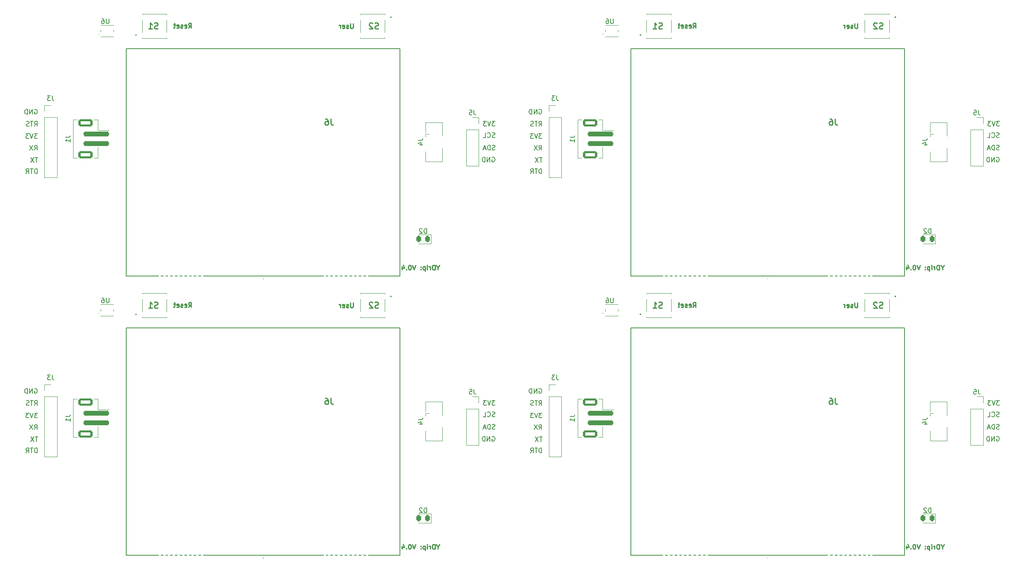
<source format=gbr>
%TF.GenerationSoftware,KiCad,Pcbnew,6.0.11-2627ca5db0~126~ubuntu20.04.1*%
%TF.CreationDate,2024-09-10T20:57:43-04:00*%
%TF.ProjectId,panel,70616e65-6c2e-46b6-9963-61645f706362,rev?*%
%TF.SameCoordinates,Original*%
%TF.FileFunction,Legend,Bot*%
%TF.FilePolarity,Positive*%
%FSLAX46Y46*%
G04 Gerber Fmt 4.6, Leading zero omitted, Abs format (unit mm)*
G04 Created by KiCad (PCBNEW 6.0.11-2627ca5db0~126~ubuntu20.04.1) date 2024-09-10 20:57:43*
%MOMM*%
%LPD*%
G01*
G04 APERTURE LIST*
G04 Aperture macros list*
%AMRoundRect*
0 Rectangle with rounded corners*
0 $1 Rounding radius*
0 $2 $3 $4 $5 $6 $7 $8 $9 X,Y pos of 4 corners*
0 Add a 4 corners polygon primitive as box body*
4,1,4,$2,$3,$4,$5,$6,$7,$8,$9,$2,$3,0*
0 Add four circle primitives for the rounded corners*
1,1,$1+$1,$2,$3*
1,1,$1+$1,$4,$5*
1,1,$1+$1,$6,$7*
1,1,$1+$1,$8,$9*
0 Add four rect primitives between the rounded corners*
20,1,$1+$1,$2,$3,$4,$5,0*
20,1,$1+$1,$4,$5,$6,$7,0*
20,1,$1+$1,$6,$7,$8,$9,0*
20,1,$1+$1,$8,$9,$2,$3,0*%
G04 Aperture macros list end*
%ADD10C,0.150000*%
%ADD11C,0.250000*%
%ADD12C,0.254000*%
%ADD13C,0.120000*%
%ADD14C,0.100000*%
%ADD15C,0.200000*%
%ADD16C,0.500000*%
%ADD17C,3.200000*%
%ADD18RoundRect,0.243750X0.243750X0.456250X-0.243750X0.456250X-0.243750X-0.456250X0.243750X-0.456250X0*%
%ADD19R,1.000000X0.600000*%
%ADD20R,5.175000X5.175000*%
%ADD21C,5.175000*%
%ADD22R,1.000000X0.700000*%
%ADD23R,1.700000X1.700000*%
%ADD24O,1.700000X1.700000*%
%ADD25R,1.500000X0.450000*%
%ADD26O,1.100000X1.800000*%
%ADD27O,1.100000X2.200000*%
%ADD28RoundRect,0.250000X-2.500000X0.250000X-2.500000X-0.250000X2.500000X-0.250000X2.500000X0.250000X0*%
%ADD29RoundRect,0.250000X-1.250000X0.550000X-1.250000X-0.550000X1.250000X-0.550000X1.250000X0.550000X0*%
G04 APERTURE END LIST*
D10*
X12578795Y-34832380D02*
X11959747Y-34832380D01*
X12293080Y-35213333D01*
X12150223Y-35213333D01*
X12054985Y-35260952D01*
X12007366Y-35308571D01*
X11959747Y-35403809D01*
X11959747Y-35641904D01*
X12007366Y-35737142D01*
X12054985Y-35784761D01*
X12150223Y-35832380D01*
X12435938Y-35832380D01*
X12531176Y-35784761D01*
X12578795Y-35737142D01*
X11674033Y-34832380D02*
X11340700Y-35832380D01*
X11007366Y-34832380D01*
X10769271Y-34832380D02*
X10150223Y-34832380D01*
X10483557Y-35213333D01*
X10340700Y-35213333D01*
X10245461Y-35260952D01*
X10197842Y-35308571D01*
X10150223Y-35403809D01*
X10150223Y-35641904D01*
X10197842Y-35737142D01*
X10245461Y-35784761D01*
X10340700Y-35832380D01*
X10626414Y-35832380D01*
X10721652Y-35784761D01*
X10769271Y-35737142D01*
X119471395Y-34832380D02*
X118852347Y-34832380D01*
X119185680Y-35213333D01*
X119042823Y-35213333D01*
X118947585Y-35260952D01*
X118899966Y-35308571D01*
X118852347Y-35403809D01*
X118852347Y-35641904D01*
X118899966Y-35737142D01*
X118947585Y-35784761D01*
X119042823Y-35832380D01*
X119328538Y-35832380D01*
X119423776Y-35784761D01*
X119471395Y-35737142D01*
X118566633Y-34832380D02*
X118233300Y-35832380D01*
X117899966Y-34832380D01*
X117661871Y-34832380D02*
X117042823Y-34832380D01*
X117376157Y-35213333D01*
X117233300Y-35213333D01*
X117138061Y-35260952D01*
X117090442Y-35308571D01*
X117042823Y-35403809D01*
X117042823Y-35641904D01*
X117090442Y-35737142D01*
X117138061Y-35784761D01*
X117233300Y-35832380D01*
X117519014Y-35832380D01*
X117614252Y-35784761D01*
X117661871Y-35737142D01*
X12578795Y-94099980D02*
X11959747Y-94099980D01*
X12293080Y-94480933D01*
X12150223Y-94480933D01*
X12054985Y-94528552D01*
X12007366Y-94576171D01*
X11959747Y-94671409D01*
X11959747Y-94909504D01*
X12007366Y-95004742D01*
X12054985Y-95052361D01*
X12150223Y-95099980D01*
X12435938Y-95099980D01*
X12531176Y-95052361D01*
X12578795Y-95004742D01*
X11674033Y-94099980D02*
X11340700Y-95099980D01*
X11007366Y-94099980D01*
X10769271Y-94099980D02*
X10150223Y-94099980D01*
X10483557Y-94480933D01*
X10340700Y-94480933D01*
X10245461Y-94528552D01*
X10197842Y-94576171D01*
X10150223Y-94671409D01*
X10150223Y-94909504D01*
X10197842Y-95004742D01*
X10245461Y-95052361D01*
X10340700Y-95099980D01*
X10626414Y-95099980D01*
X10721652Y-95052361D01*
X10769271Y-95004742D01*
X119471395Y-94099980D02*
X118852347Y-94099980D01*
X119185680Y-94480933D01*
X119042823Y-94480933D01*
X118947585Y-94528552D01*
X118899966Y-94576171D01*
X118852347Y-94671409D01*
X118852347Y-94909504D01*
X118899966Y-95004742D01*
X118947585Y-95052361D01*
X119042823Y-95099980D01*
X119328538Y-95099980D01*
X119423776Y-95052361D01*
X119471395Y-95004742D01*
X118566633Y-94099980D02*
X118233300Y-95099980D01*
X117899966Y-94099980D01*
X117661871Y-94099980D02*
X117042823Y-94099980D01*
X117376157Y-94480933D01*
X117233300Y-94480933D01*
X117138061Y-94528552D01*
X117090442Y-94576171D01*
X117042823Y-94671409D01*
X117042823Y-94909504D01*
X117090442Y-95004742D01*
X117138061Y-95052361D01*
X117233300Y-95099980D01*
X117519014Y-95099980D01*
X117614252Y-95052361D01*
X117661871Y-95004742D01*
X12626414Y-39892380D02*
X12054986Y-39892380D01*
X12340700Y-40892380D02*
X12340700Y-39892380D01*
X11816890Y-39892380D02*
X11150224Y-40892380D01*
X11150224Y-39892380D02*
X11816890Y-40892380D01*
X119519014Y-39892380D02*
X118947586Y-39892380D01*
X119233300Y-40892380D02*
X119233300Y-39892380D01*
X118709490Y-39892380D02*
X118042824Y-40892380D01*
X118042824Y-39892380D02*
X118709490Y-40892380D01*
X12626414Y-99159980D02*
X12054986Y-99159980D01*
X12340700Y-100159980D02*
X12340700Y-99159980D01*
X11816890Y-99159980D02*
X11150224Y-100159980D01*
X11150224Y-99159980D02*
X11816890Y-100159980D01*
X119519014Y-99159980D02*
X118947586Y-99159980D01*
X119233300Y-100159980D02*
X119233300Y-99159980D01*
X118709490Y-99159980D02*
X118042824Y-100159980D01*
X118042824Y-99159980D02*
X118709490Y-100159980D01*
X12483557Y-43242380D02*
X12483557Y-42242380D01*
X12245461Y-42242380D01*
X12102604Y-42290000D01*
X12007366Y-42385238D01*
X11959747Y-42480476D01*
X11912128Y-42670952D01*
X11912128Y-42813809D01*
X11959747Y-43004285D01*
X12007366Y-43099523D01*
X12102604Y-43194761D01*
X12245461Y-43242380D01*
X12483557Y-43242380D01*
X11626414Y-42242380D02*
X11054985Y-42242380D01*
X11340700Y-43242380D02*
X11340700Y-42242380D01*
X10150223Y-43242380D02*
X10483557Y-42766190D01*
X10721652Y-43242380D02*
X10721652Y-42242380D01*
X10340700Y-42242380D01*
X10245461Y-42290000D01*
X10197842Y-42337619D01*
X10150223Y-42432857D01*
X10150223Y-42575714D01*
X10197842Y-42670952D01*
X10245461Y-42718571D01*
X10340700Y-42766190D01*
X10721652Y-42766190D01*
X119376157Y-43242380D02*
X119376157Y-42242380D01*
X119138061Y-42242380D01*
X118995204Y-42290000D01*
X118899966Y-42385238D01*
X118852347Y-42480476D01*
X118804728Y-42670952D01*
X118804728Y-42813809D01*
X118852347Y-43004285D01*
X118899966Y-43099523D01*
X118995204Y-43194761D01*
X119138061Y-43242380D01*
X119376157Y-43242380D01*
X118519014Y-42242380D02*
X117947585Y-42242380D01*
X118233300Y-43242380D02*
X118233300Y-42242380D01*
X117042823Y-43242380D02*
X117376157Y-42766190D01*
X117614252Y-43242380D02*
X117614252Y-42242380D01*
X117233300Y-42242380D01*
X117138061Y-42290000D01*
X117090442Y-42337619D01*
X117042823Y-42432857D01*
X117042823Y-42575714D01*
X117090442Y-42670952D01*
X117138061Y-42718571D01*
X117233300Y-42766190D01*
X117614252Y-42766190D01*
X12483557Y-102509980D02*
X12483557Y-101509980D01*
X12245461Y-101509980D01*
X12102604Y-101557600D01*
X12007366Y-101652838D01*
X11959747Y-101748076D01*
X11912128Y-101938552D01*
X11912128Y-102081409D01*
X11959747Y-102271885D01*
X12007366Y-102367123D01*
X12102604Y-102462361D01*
X12245461Y-102509980D01*
X12483557Y-102509980D01*
X11626414Y-101509980D02*
X11054985Y-101509980D01*
X11340700Y-102509980D02*
X11340700Y-101509980D01*
X10150223Y-102509980D02*
X10483557Y-102033790D01*
X10721652Y-102509980D02*
X10721652Y-101509980D01*
X10340700Y-101509980D01*
X10245461Y-101557600D01*
X10197842Y-101605219D01*
X10150223Y-101700457D01*
X10150223Y-101843314D01*
X10197842Y-101938552D01*
X10245461Y-101986171D01*
X10340700Y-102033790D01*
X10721652Y-102033790D01*
X119376157Y-102509980D02*
X119376157Y-101509980D01*
X119138061Y-101509980D01*
X118995204Y-101557600D01*
X118899966Y-101652838D01*
X118852347Y-101748076D01*
X118804728Y-101938552D01*
X118804728Y-102081409D01*
X118852347Y-102271885D01*
X118899966Y-102367123D01*
X118995204Y-102462361D01*
X119138061Y-102509980D01*
X119376157Y-102509980D01*
X118519014Y-101509980D02*
X117947585Y-101509980D01*
X118233300Y-102509980D02*
X118233300Y-101509980D01*
X117042823Y-102509980D02*
X117376157Y-102033790D01*
X117614252Y-102509980D02*
X117614252Y-101509980D01*
X117233300Y-101509980D01*
X117138061Y-101557600D01*
X117090442Y-101605219D01*
X117042823Y-101700457D01*
X117042823Y-101843314D01*
X117090442Y-101938552D01*
X117138061Y-101986171D01*
X117233300Y-102033790D01*
X117614252Y-102033790D01*
X11912128Y-38292380D02*
X12245462Y-37816190D01*
X12483557Y-38292380D02*
X12483557Y-37292380D01*
X12102604Y-37292380D01*
X12007366Y-37340000D01*
X11959747Y-37387619D01*
X11912128Y-37482857D01*
X11912128Y-37625714D01*
X11959747Y-37720952D01*
X12007366Y-37768571D01*
X12102604Y-37816190D01*
X12483557Y-37816190D01*
X11578795Y-37292380D02*
X10912128Y-38292380D01*
X10912128Y-37292380D02*
X11578795Y-38292380D01*
X118804728Y-38292380D02*
X119138062Y-37816190D01*
X119376157Y-38292380D02*
X119376157Y-37292380D01*
X118995204Y-37292380D01*
X118899966Y-37340000D01*
X118852347Y-37387619D01*
X118804728Y-37482857D01*
X118804728Y-37625714D01*
X118852347Y-37720952D01*
X118899966Y-37768571D01*
X118995204Y-37816190D01*
X119376157Y-37816190D01*
X118471395Y-37292380D02*
X117804728Y-38292380D01*
X117804728Y-37292380D02*
X118471395Y-38292380D01*
X11912128Y-97559980D02*
X12245462Y-97083790D01*
X12483557Y-97559980D02*
X12483557Y-96559980D01*
X12102604Y-96559980D01*
X12007366Y-96607600D01*
X11959747Y-96655219D01*
X11912128Y-96750457D01*
X11912128Y-96893314D01*
X11959747Y-96988552D01*
X12007366Y-97036171D01*
X12102604Y-97083790D01*
X12483557Y-97083790D01*
X11578795Y-96559980D02*
X10912128Y-97559980D01*
X10912128Y-96559980D02*
X11578795Y-97559980D01*
X118804728Y-97559980D02*
X119138062Y-97083790D01*
X119376157Y-97559980D02*
X119376157Y-96559980D01*
X118995204Y-96559980D01*
X118899966Y-96607600D01*
X118852347Y-96655219D01*
X118804728Y-96750457D01*
X118804728Y-96893314D01*
X118852347Y-96988552D01*
X118899966Y-97036171D01*
X118995204Y-97083790D01*
X119376157Y-97083790D01*
X118471395Y-96559980D02*
X117804728Y-97559980D01*
X117804728Y-96559980D02*
X118471395Y-97559980D01*
X11912129Y-33192380D02*
X12245462Y-32716190D01*
X12483557Y-33192380D02*
X12483557Y-32192380D01*
X12102605Y-32192380D01*
X12007367Y-32240000D01*
X11959748Y-32287619D01*
X11912129Y-32382857D01*
X11912129Y-32525714D01*
X11959748Y-32620952D01*
X12007367Y-32668571D01*
X12102605Y-32716190D01*
X12483557Y-32716190D01*
X11626414Y-32192380D02*
X11054986Y-32192380D01*
X11340700Y-33192380D02*
X11340700Y-32192380D01*
X10769271Y-33144761D02*
X10626414Y-33192380D01*
X10388319Y-33192380D01*
X10293081Y-33144761D01*
X10245462Y-33097142D01*
X10197843Y-33001904D01*
X10197843Y-32906666D01*
X10245462Y-32811428D01*
X10293081Y-32763809D01*
X10388319Y-32716190D01*
X10578795Y-32668571D01*
X10674033Y-32620952D01*
X10721652Y-32573333D01*
X10769271Y-32478095D01*
X10769271Y-32382857D01*
X10721652Y-32287619D01*
X10674033Y-32240000D01*
X10578795Y-32192380D01*
X10340700Y-32192380D01*
X10197843Y-32240000D01*
X118804729Y-33192380D02*
X119138062Y-32716190D01*
X119376157Y-33192380D02*
X119376157Y-32192380D01*
X118995205Y-32192380D01*
X118899967Y-32240000D01*
X118852348Y-32287619D01*
X118804729Y-32382857D01*
X118804729Y-32525714D01*
X118852348Y-32620952D01*
X118899967Y-32668571D01*
X118995205Y-32716190D01*
X119376157Y-32716190D01*
X118519014Y-32192380D02*
X117947586Y-32192380D01*
X118233300Y-33192380D02*
X118233300Y-32192380D01*
X117661871Y-33144761D02*
X117519014Y-33192380D01*
X117280919Y-33192380D01*
X117185681Y-33144761D01*
X117138062Y-33097142D01*
X117090443Y-33001904D01*
X117090443Y-32906666D01*
X117138062Y-32811428D01*
X117185681Y-32763809D01*
X117280919Y-32716190D01*
X117471395Y-32668571D01*
X117566633Y-32620952D01*
X117614252Y-32573333D01*
X117661871Y-32478095D01*
X117661871Y-32382857D01*
X117614252Y-32287619D01*
X117566633Y-32240000D01*
X117471395Y-32192380D01*
X117233300Y-32192380D01*
X117090443Y-32240000D01*
X11912129Y-92459980D02*
X12245462Y-91983790D01*
X12483557Y-92459980D02*
X12483557Y-91459980D01*
X12102605Y-91459980D01*
X12007367Y-91507600D01*
X11959748Y-91555219D01*
X11912129Y-91650457D01*
X11912129Y-91793314D01*
X11959748Y-91888552D01*
X12007367Y-91936171D01*
X12102605Y-91983790D01*
X12483557Y-91983790D01*
X11626414Y-91459980D02*
X11054986Y-91459980D01*
X11340700Y-92459980D02*
X11340700Y-91459980D01*
X10769271Y-92412361D02*
X10626414Y-92459980D01*
X10388319Y-92459980D01*
X10293081Y-92412361D01*
X10245462Y-92364742D01*
X10197843Y-92269504D01*
X10197843Y-92174266D01*
X10245462Y-92079028D01*
X10293081Y-92031409D01*
X10388319Y-91983790D01*
X10578795Y-91936171D01*
X10674033Y-91888552D01*
X10721652Y-91840933D01*
X10769271Y-91745695D01*
X10769271Y-91650457D01*
X10721652Y-91555219D01*
X10674033Y-91507600D01*
X10578795Y-91459980D01*
X10340700Y-91459980D01*
X10197843Y-91507600D01*
X118804729Y-92459980D02*
X119138062Y-91983790D01*
X119376157Y-92459980D02*
X119376157Y-91459980D01*
X118995205Y-91459980D01*
X118899967Y-91507600D01*
X118852348Y-91555219D01*
X118804729Y-91650457D01*
X118804729Y-91793314D01*
X118852348Y-91888552D01*
X118899967Y-91936171D01*
X118995205Y-91983790D01*
X119376157Y-91983790D01*
X118519014Y-91459980D02*
X117947586Y-91459980D01*
X118233300Y-92459980D02*
X118233300Y-91459980D01*
X117661871Y-92412361D02*
X117519014Y-92459980D01*
X117280919Y-92459980D01*
X117185681Y-92412361D01*
X117138062Y-92364742D01*
X117090443Y-92269504D01*
X117090443Y-92174266D01*
X117138062Y-92079028D01*
X117185681Y-92031409D01*
X117280919Y-91983790D01*
X117471395Y-91936171D01*
X117566633Y-91888552D01*
X117614252Y-91840933D01*
X117661871Y-91745695D01*
X117661871Y-91650457D01*
X117614252Y-91555219D01*
X117566633Y-91507600D01*
X117471395Y-91459980D01*
X117233300Y-91459980D01*
X117090443Y-91507600D01*
X11959747Y-29670000D02*
X12054985Y-29622380D01*
X12197843Y-29622380D01*
X12340700Y-29670000D01*
X12435938Y-29765238D01*
X12483557Y-29860476D01*
X12531176Y-30050952D01*
X12531176Y-30193809D01*
X12483557Y-30384285D01*
X12435938Y-30479523D01*
X12340700Y-30574761D01*
X12197843Y-30622380D01*
X12102604Y-30622380D01*
X11959747Y-30574761D01*
X11912128Y-30527142D01*
X11912128Y-30193809D01*
X12102604Y-30193809D01*
X11483557Y-30622380D02*
X11483557Y-29622380D01*
X10912128Y-30622380D01*
X10912128Y-29622380D01*
X10435938Y-30622380D02*
X10435938Y-29622380D01*
X10197843Y-29622380D01*
X10054985Y-29670000D01*
X9959747Y-29765238D01*
X9912128Y-29860476D01*
X9864509Y-30050952D01*
X9864509Y-30193809D01*
X9912128Y-30384285D01*
X9959747Y-30479523D01*
X10054985Y-30574761D01*
X10197843Y-30622380D01*
X10435938Y-30622380D01*
X118852347Y-29670000D02*
X118947585Y-29622380D01*
X119090443Y-29622380D01*
X119233300Y-29670000D01*
X119328538Y-29765238D01*
X119376157Y-29860476D01*
X119423776Y-30050952D01*
X119423776Y-30193809D01*
X119376157Y-30384285D01*
X119328538Y-30479523D01*
X119233300Y-30574761D01*
X119090443Y-30622380D01*
X118995204Y-30622380D01*
X118852347Y-30574761D01*
X118804728Y-30527142D01*
X118804728Y-30193809D01*
X118995204Y-30193809D01*
X118376157Y-30622380D02*
X118376157Y-29622380D01*
X117804728Y-30622380D01*
X117804728Y-29622380D01*
X117328538Y-30622380D02*
X117328538Y-29622380D01*
X117090443Y-29622380D01*
X116947585Y-29670000D01*
X116852347Y-29765238D01*
X116804728Y-29860476D01*
X116757109Y-30050952D01*
X116757109Y-30193809D01*
X116804728Y-30384285D01*
X116852347Y-30479523D01*
X116947585Y-30574761D01*
X117090443Y-30622380D01*
X117328538Y-30622380D01*
X11959747Y-88937600D02*
X12054985Y-88889980D01*
X12197843Y-88889980D01*
X12340700Y-88937600D01*
X12435938Y-89032838D01*
X12483557Y-89128076D01*
X12531176Y-89318552D01*
X12531176Y-89461409D01*
X12483557Y-89651885D01*
X12435938Y-89747123D01*
X12340700Y-89842361D01*
X12197843Y-89889980D01*
X12102604Y-89889980D01*
X11959747Y-89842361D01*
X11912128Y-89794742D01*
X11912128Y-89461409D01*
X12102604Y-89461409D01*
X11483557Y-89889980D02*
X11483557Y-88889980D01*
X10912128Y-89889980D01*
X10912128Y-88889980D01*
X10435938Y-89889980D02*
X10435938Y-88889980D01*
X10197843Y-88889980D01*
X10054985Y-88937600D01*
X9959747Y-89032838D01*
X9912128Y-89128076D01*
X9864509Y-89318552D01*
X9864509Y-89461409D01*
X9912128Y-89651885D01*
X9959747Y-89747123D01*
X10054985Y-89842361D01*
X10197843Y-89889980D01*
X10435938Y-89889980D01*
X118852347Y-88937600D02*
X118947585Y-88889980D01*
X119090443Y-88889980D01*
X119233300Y-88937600D01*
X119328538Y-89032838D01*
X119376157Y-89128076D01*
X119423776Y-89318552D01*
X119423776Y-89461409D01*
X119376157Y-89651885D01*
X119328538Y-89747123D01*
X119233300Y-89842361D01*
X119090443Y-89889980D01*
X118995204Y-89889980D01*
X118852347Y-89842361D01*
X118804728Y-89794742D01*
X118804728Y-89461409D01*
X118995204Y-89461409D01*
X118376157Y-89889980D02*
X118376157Y-88889980D01*
X117804728Y-89889980D01*
X117804728Y-88889980D01*
X117328538Y-89889980D02*
X117328538Y-88889980D01*
X117090443Y-88889980D01*
X116947585Y-88937600D01*
X116852347Y-89032838D01*
X116804728Y-89128076D01*
X116757109Y-89318552D01*
X116757109Y-89461409D01*
X116804728Y-89651885D01*
X116852347Y-89747123D01*
X116947585Y-89842361D01*
X117090443Y-89889980D01*
X117328538Y-89889980D01*
X109528795Y-32162380D02*
X108909747Y-32162380D01*
X109243080Y-32543333D01*
X109100223Y-32543333D01*
X109004985Y-32590952D01*
X108957366Y-32638571D01*
X108909747Y-32733809D01*
X108909747Y-32971904D01*
X108957366Y-33067142D01*
X109004985Y-33114761D01*
X109100223Y-33162380D01*
X109385938Y-33162380D01*
X109481176Y-33114761D01*
X109528795Y-33067142D01*
X108624033Y-32162380D02*
X108290700Y-33162380D01*
X107957366Y-32162380D01*
X107719271Y-32162380D02*
X107100223Y-32162380D01*
X107433557Y-32543333D01*
X107290700Y-32543333D01*
X107195461Y-32590952D01*
X107147842Y-32638571D01*
X107100223Y-32733809D01*
X107100223Y-32971904D01*
X107147842Y-33067142D01*
X107195461Y-33114761D01*
X107290700Y-33162380D01*
X107576414Y-33162380D01*
X107671652Y-33114761D01*
X107719271Y-33067142D01*
X216421395Y-32162380D02*
X215802347Y-32162380D01*
X216135680Y-32543333D01*
X215992823Y-32543333D01*
X215897585Y-32590952D01*
X215849966Y-32638571D01*
X215802347Y-32733809D01*
X215802347Y-32971904D01*
X215849966Y-33067142D01*
X215897585Y-33114761D01*
X215992823Y-33162380D01*
X216278538Y-33162380D01*
X216373776Y-33114761D01*
X216421395Y-33067142D01*
X215516633Y-32162380D02*
X215183300Y-33162380D01*
X214849966Y-32162380D01*
X214611871Y-32162380D02*
X213992823Y-32162380D01*
X214326157Y-32543333D01*
X214183300Y-32543333D01*
X214088061Y-32590952D01*
X214040442Y-32638571D01*
X213992823Y-32733809D01*
X213992823Y-32971904D01*
X214040442Y-33067142D01*
X214088061Y-33114761D01*
X214183300Y-33162380D01*
X214469014Y-33162380D01*
X214564252Y-33114761D01*
X214611871Y-33067142D01*
X109528795Y-91429980D02*
X108909747Y-91429980D01*
X109243080Y-91810933D01*
X109100223Y-91810933D01*
X109004985Y-91858552D01*
X108957366Y-91906171D01*
X108909747Y-92001409D01*
X108909747Y-92239504D01*
X108957366Y-92334742D01*
X109004985Y-92382361D01*
X109100223Y-92429980D01*
X109385938Y-92429980D01*
X109481176Y-92382361D01*
X109528795Y-92334742D01*
X108624033Y-91429980D02*
X108290700Y-92429980D01*
X107957366Y-91429980D01*
X107719271Y-91429980D02*
X107100223Y-91429980D01*
X107433557Y-91810933D01*
X107290700Y-91810933D01*
X107195461Y-91858552D01*
X107147842Y-91906171D01*
X107100223Y-92001409D01*
X107100223Y-92239504D01*
X107147842Y-92334742D01*
X107195461Y-92382361D01*
X107290700Y-92429980D01*
X107576414Y-92429980D01*
X107671652Y-92382361D01*
X107719271Y-92334742D01*
X216421395Y-91429980D02*
X215802347Y-91429980D01*
X216135680Y-91810933D01*
X215992823Y-91810933D01*
X215897585Y-91858552D01*
X215849966Y-91906171D01*
X215802347Y-92001409D01*
X215802347Y-92239504D01*
X215849966Y-92334742D01*
X215897585Y-92382361D01*
X215992823Y-92429980D01*
X216278538Y-92429980D01*
X216373776Y-92382361D01*
X216421395Y-92334742D01*
X215516633Y-91429980D02*
X215183300Y-92429980D01*
X214849966Y-91429980D01*
X214611871Y-91429980D02*
X213992823Y-91429980D01*
X214326157Y-91810933D01*
X214183300Y-91810933D01*
X214088061Y-91858552D01*
X214040442Y-91906171D01*
X213992823Y-92001409D01*
X213992823Y-92239504D01*
X214040442Y-92334742D01*
X214088061Y-92382361D01*
X214183300Y-92429980D01*
X214469014Y-92429980D01*
X214564252Y-92382361D01*
X214611871Y-92334742D01*
X108909747Y-39840000D02*
X109004985Y-39792380D01*
X109147843Y-39792380D01*
X109290700Y-39840000D01*
X109385938Y-39935238D01*
X109433557Y-40030476D01*
X109481176Y-40220952D01*
X109481176Y-40363809D01*
X109433557Y-40554285D01*
X109385938Y-40649523D01*
X109290700Y-40744761D01*
X109147843Y-40792380D01*
X109052604Y-40792380D01*
X108909747Y-40744761D01*
X108862128Y-40697142D01*
X108862128Y-40363809D01*
X109052604Y-40363809D01*
X108433557Y-40792380D02*
X108433557Y-39792380D01*
X107862128Y-40792380D01*
X107862128Y-39792380D01*
X107385938Y-40792380D02*
X107385938Y-39792380D01*
X107147843Y-39792380D01*
X107004985Y-39840000D01*
X106909747Y-39935238D01*
X106862128Y-40030476D01*
X106814509Y-40220952D01*
X106814509Y-40363809D01*
X106862128Y-40554285D01*
X106909747Y-40649523D01*
X107004985Y-40744761D01*
X107147843Y-40792380D01*
X107385938Y-40792380D01*
X215802347Y-39840000D02*
X215897585Y-39792380D01*
X216040443Y-39792380D01*
X216183300Y-39840000D01*
X216278538Y-39935238D01*
X216326157Y-40030476D01*
X216373776Y-40220952D01*
X216373776Y-40363809D01*
X216326157Y-40554285D01*
X216278538Y-40649523D01*
X216183300Y-40744761D01*
X216040443Y-40792380D01*
X215945204Y-40792380D01*
X215802347Y-40744761D01*
X215754728Y-40697142D01*
X215754728Y-40363809D01*
X215945204Y-40363809D01*
X215326157Y-40792380D02*
X215326157Y-39792380D01*
X214754728Y-40792380D01*
X214754728Y-39792380D01*
X214278538Y-40792380D02*
X214278538Y-39792380D01*
X214040443Y-39792380D01*
X213897585Y-39840000D01*
X213802347Y-39935238D01*
X213754728Y-40030476D01*
X213707109Y-40220952D01*
X213707109Y-40363809D01*
X213754728Y-40554285D01*
X213802347Y-40649523D01*
X213897585Y-40744761D01*
X214040443Y-40792380D01*
X214278538Y-40792380D01*
X108909747Y-99107600D02*
X109004985Y-99059980D01*
X109147843Y-99059980D01*
X109290700Y-99107600D01*
X109385938Y-99202838D01*
X109433557Y-99298076D01*
X109481176Y-99488552D01*
X109481176Y-99631409D01*
X109433557Y-99821885D01*
X109385938Y-99917123D01*
X109290700Y-100012361D01*
X109147843Y-100059980D01*
X109052604Y-100059980D01*
X108909747Y-100012361D01*
X108862128Y-99964742D01*
X108862128Y-99631409D01*
X109052604Y-99631409D01*
X108433557Y-100059980D02*
X108433557Y-99059980D01*
X107862128Y-100059980D01*
X107862128Y-99059980D01*
X107385938Y-100059980D02*
X107385938Y-99059980D01*
X107147843Y-99059980D01*
X107004985Y-99107600D01*
X106909747Y-99202838D01*
X106862128Y-99298076D01*
X106814509Y-99488552D01*
X106814509Y-99631409D01*
X106862128Y-99821885D01*
X106909747Y-99917123D01*
X107004985Y-100012361D01*
X107147843Y-100059980D01*
X107385938Y-100059980D01*
X215802347Y-99107600D02*
X215897585Y-99059980D01*
X216040443Y-99059980D01*
X216183300Y-99107600D01*
X216278538Y-99202838D01*
X216326157Y-99298076D01*
X216373776Y-99488552D01*
X216373776Y-99631409D01*
X216326157Y-99821885D01*
X216278538Y-99917123D01*
X216183300Y-100012361D01*
X216040443Y-100059980D01*
X215945204Y-100059980D01*
X215802347Y-100012361D01*
X215754728Y-99964742D01*
X215754728Y-99631409D01*
X215945204Y-99631409D01*
X215326157Y-100059980D02*
X215326157Y-99059980D01*
X214754728Y-100059980D01*
X214754728Y-99059980D01*
X214278538Y-100059980D02*
X214278538Y-99059980D01*
X214040443Y-99059980D01*
X213897585Y-99107600D01*
X213802347Y-99202838D01*
X213754728Y-99298076D01*
X213707109Y-99488552D01*
X213707109Y-99631409D01*
X213754728Y-99821885D01*
X213802347Y-99917123D01*
X213897585Y-100012361D01*
X214040443Y-100059980D01*
X214278538Y-100059980D01*
D11*
X97448795Y-63216190D02*
X97448795Y-63692380D01*
X97782128Y-62692380D02*
X97448795Y-63216190D01*
X97115461Y-62692380D01*
X96782128Y-63692380D02*
X96782128Y-62692380D01*
X96544033Y-62692380D01*
X96401176Y-62740000D01*
X96305938Y-62835238D01*
X96258319Y-62930476D01*
X96210700Y-63120952D01*
X96210700Y-63263809D01*
X96258319Y-63454285D01*
X96305938Y-63549523D01*
X96401176Y-63644761D01*
X96544033Y-63692380D01*
X96782128Y-63692380D01*
X95782128Y-63692380D02*
X95782128Y-63025714D01*
X95782128Y-63216190D02*
X95734509Y-63120952D01*
X95686890Y-63073333D01*
X95591652Y-63025714D01*
X95496414Y-63025714D01*
X95163080Y-63692380D02*
X95163080Y-63025714D01*
X95163080Y-62692380D02*
X95210700Y-62740000D01*
X95163080Y-62787619D01*
X95115461Y-62740000D01*
X95163080Y-62692380D01*
X95163080Y-62787619D01*
X94686890Y-63025714D02*
X94686890Y-64025714D01*
X94686890Y-63073333D02*
X94591652Y-63025714D01*
X94401176Y-63025714D01*
X94305938Y-63073333D01*
X94258319Y-63120952D01*
X94210700Y-63216190D01*
X94210700Y-63501904D01*
X94258319Y-63597142D01*
X94305938Y-63644761D01*
X94401176Y-63692380D01*
X94591652Y-63692380D01*
X94686890Y-63644761D01*
X93782128Y-63597142D02*
X93734509Y-63644761D01*
X93782128Y-63692380D01*
X93829747Y-63644761D01*
X93782128Y-63597142D01*
X93782128Y-63692380D01*
X93782128Y-63073333D02*
X93734509Y-63120952D01*
X93782128Y-63168571D01*
X93829747Y-63120952D01*
X93782128Y-63073333D01*
X93782128Y-63168571D01*
X92686890Y-62692380D02*
X92353557Y-63692380D01*
X92020223Y-62692380D01*
X91496414Y-62692380D02*
X91401176Y-62692380D01*
X91305938Y-62740000D01*
X91258319Y-62787619D01*
X91210700Y-62882857D01*
X91163080Y-63073333D01*
X91163080Y-63311428D01*
X91210700Y-63501904D01*
X91258319Y-63597142D01*
X91305938Y-63644761D01*
X91401176Y-63692380D01*
X91496414Y-63692380D01*
X91591652Y-63644761D01*
X91639271Y-63597142D01*
X91686890Y-63501904D01*
X91734509Y-63311428D01*
X91734509Y-63073333D01*
X91686890Y-62882857D01*
X91639271Y-62787619D01*
X91591652Y-62740000D01*
X91496414Y-62692380D01*
X90734509Y-63597142D02*
X90686890Y-63644761D01*
X90734509Y-63692380D01*
X90782128Y-63644761D01*
X90734509Y-63597142D01*
X90734509Y-63692380D01*
X89829747Y-63025714D02*
X89829747Y-63692380D01*
X90067842Y-62644761D02*
X90305938Y-63359047D01*
X89686890Y-63359047D01*
X204341395Y-63216190D02*
X204341395Y-63692380D01*
X204674728Y-62692380D02*
X204341395Y-63216190D01*
X204008061Y-62692380D01*
X203674728Y-63692380D02*
X203674728Y-62692380D01*
X203436633Y-62692380D01*
X203293776Y-62740000D01*
X203198538Y-62835238D01*
X203150919Y-62930476D01*
X203103300Y-63120952D01*
X203103300Y-63263809D01*
X203150919Y-63454285D01*
X203198538Y-63549523D01*
X203293776Y-63644761D01*
X203436633Y-63692380D01*
X203674728Y-63692380D01*
X202674728Y-63692380D02*
X202674728Y-63025714D01*
X202674728Y-63216190D02*
X202627109Y-63120952D01*
X202579490Y-63073333D01*
X202484252Y-63025714D01*
X202389014Y-63025714D01*
X202055680Y-63692380D02*
X202055680Y-63025714D01*
X202055680Y-62692380D02*
X202103300Y-62740000D01*
X202055680Y-62787619D01*
X202008061Y-62740000D01*
X202055680Y-62692380D01*
X202055680Y-62787619D01*
X201579490Y-63025714D02*
X201579490Y-64025714D01*
X201579490Y-63073333D02*
X201484252Y-63025714D01*
X201293776Y-63025714D01*
X201198538Y-63073333D01*
X201150919Y-63120952D01*
X201103300Y-63216190D01*
X201103300Y-63501904D01*
X201150919Y-63597142D01*
X201198538Y-63644761D01*
X201293776Y-63692380D01*
X201484252Y-63692380D01*
X201579490Y-63644761D01*
X200674728Y-63597142D02*
X200627109Y-63644761D01*
X200674728Y-63692380D01*
X200722347Y-63644761D01*
X200674728Y-63597142D01*
X200674728Y-63692380D01*
X200674728Y-63073333D02*
X200627109Y-63120952D01*
X200674728Y-63168571D01*
X200722347Y-63120952D01*
X200674728Y-63073333D01*
X200674728Y-63168571D01*
X199579490Y-62692380D02*
X199246157Y-63692380D01*
X198912823Y-62692380D01*
X198389014Y-62692380D02*
X198293776Y-62692380D01*
X198198538Y-62740000D01*
X198150919Y-62787619D01*
X198103300Y-62882857D01*
X198055680Y-63073333D01*
X198055680Y-63311428D01*
X198103300Y-63501904D01*
X198150919Y-63597142D01*
X198198538Y-63644761D01*
X198293776Y-63692380D01*
X198389014Y-63692380D01*
X198484252Y-63644761D01*
X198531871Y-63597142D01*
X198579490Y-63501904D01*
X198627109Y-63311428D01*
X198627109Y-63073333D01*
X198579490Y-62882857D01*
X198531871Y-62787619D01*
X198484252Y-62740000D01*
X198389014Y-62692380D01*
X197627109Y-63597142D02*
X197579490Y-63644761D01*
X197627109Y-63692380D01*
X197674728Y-63644761D01*
X197627109Y-63597142D01*
X197627109Y-63692380D01*
X196722347Y-63025714D02*
X196722347Y-63692380D01*
X196960442Y-62644761D02*
X197198538Y-63359047D01*
X196579490Y-63359047D01*
X97448795Y-122483790D02*
X97448795Y-122959980D01*
X97782128Y-121959980D02*
X97448795Y-122483790D01*
X97115461Y-121959980D01*
X96782128Y-122959980D02*
X96782128Y-121959980D01*
X96544033Y-121959980D01*
X96401176Y-122007600D01*
X96305938Y-122102838D01*
X96258319Y-122198076D01*
X96210700Y-122388552D01*
X96210700Y-122531409D01*
X96258319Y-122721885D01*
X96305938Y-122817123D01*
X96401176Y-122912361D01*
X96544033Y-122959980D01*
X96782128Y-122959980D01*
X95782128Y-122959980D02*
X95782128Y-122293314D01*
X95782128Y-122483790D02*
X95734509Y-122388552D01*
X95686890Y-122340933D01*
X95591652Y-122293314D01*
X95496414Y-122293314D01*
X95163080Y-122959980D02*
X95163080Y-122293314D01*
X95163080Y-121959980D02*
X95210700Y-122007600D01*
X95163080Y-122055219D01*
X95115461Y-122007600D01*
X95163080Y-121959980D01*
X95163080Y-122055219D01*
X94686890Y-122293314D02*
X94686890Y-123293314D01*
X94686890Y-122340933D02*
X94591652Y-122293314D01*
X94401176Y-122293314D01*
X94305938Y-122340933D01*
X94258319Y-122388552D01*
X94210700Y-122483790D01*
X94210700Y-122769504D01*
X94258319Y-122864742D01*
X94305938Y-122912361D01*
X94401176Y-122959980D01*
X94591652Y-122959980D01*
X94686890Y-122912361D01*
X93782128Y-122864742D02*
X93734509Y-122912361D01*
X93782128Y-122959980D01*
X93829747Y-122912361D01*
X93782128Y-122864742D01*
X93782128Y-122959980D01*
X93782128Y-122340933D02*
X93734509Y-122388552D01*
X93782128Y-122436171D01*
X93829747Y-122388552D01*
X93782128Y-122340933D01*
X93782128Y-122436171D01*
X92686890Y-121959980D02*
X92353557Y-122959980D01*
X92020223Y-121959980D01*
X91496414Y-121959980D02*
X91401176Y-121959980D01*
X91305938Y-122007600D01*
X91258319Y-122055219D01*
X91210700Y-122150457D01*
X91163080Y-122340933D01*
X91163080Y-122579028D01*
X91210700Y-122769504D01*
X91258319Y-122864742D01*
X91305938Y-122912361D01*
X91401176Y-122959980D01*
X91496414Y-122959980D01*
X91591652Y-122912361D01*
X91639271Y-122864742D01*
X91686890Y-122769504D01*
X91734509Y-122579028D01*
X91734509Y-122340933D01*
X91686890Y-122150457D01*
X91639271Y-122055219D01*
X91591652Y-122007600D01*
X91496414Y-121959980D01*
X90734509Y-122864742D02*
X90686890Y-122912361D01*
X90734509Y-122959980D01*
X90782128Y-122912361D01*
X90734509Y-122864742D01*
X90734509Y-122959980D01*
X89829747Y-122293314D02*
X89829747Y-122959980D01*
X90067842Y-121912361D02*
X90305938Y-122626647D01*
X89686890Y-122626647D01*
X204341395Y-122483790D02*
X204341395Y-122959980D01*
X204674728Y-121959980D02*
X204341395Y-122483790D01*
X204008061Y-121959980D01*
X203674728Y-122959980D02*
X203674728Y-121959980D01*
X203436633Y-121959980D01*
X203293776Y-122007600D01*
X203198538Y-122102838D01*
X203150919Y-122198076D01*
X203103300Y-122388552D01*
X203103300Y-122531409D01*
X203150919Y-122721885D01*
X203198538Y-122817123D01*
X203293776Y-122912361D01*
X203436633Y-122959980D01*
X203674728Y-122959980D01*
X202674728Y-122959980D02*
X202674728Y-122293314D01*
X202674728Y-122483790D02*
X202627109Y-122388552D01*
X202579490Y-122340933D01*
X202484252Y-122293314D01*
X202389014Y-122293314D01*
X202055680Y-122959980D02*
X202055680Y-122293314D01*
X202055680Y-121959980D02*
X202103300Y-122007600D01*
X202055680Y-122055219D01*
X202008061Y-122007600D01*
X202055680Y-121959980D01*
X202055680Y-122055219D01*
X201579490Y-122293314D02*
X201579490Y-123293314D01*
X201579490Y-122340933D02*
X201484252Y-122293314D01*
X201293776Y-122293314D01*
X201198538Y-122340933D01*
X201150919Y-122388552D01*
X201103300Y-122483790D01*
X201103300Y-122769504D01*
X201150919Y-122864742D01*
X201198538Y-122912361D01*
X201293776Y-122959980D01*
X201484252Y-122959980D01*
X201579490Y-122912361D01*
X200674728Y-122864742D02*
X200627109Y-122912361D01*
X200674728Y-122959980D01*
X200722347Y-122912361D01*
X200674728Y-122864742D01*
X200674728Y-122959980D01*
X200674728Y-122340933D02*
X200627109Y-122388552D01*
X200674728Y-122436171D01*
X200722347Y-122388552D01*
X200674728Y-122340933D01*
X200674728Y-122436171D01*
X199579490Y-121959980D02*
X199246157Y-122959980D01*
X198912823Y-121959980D01*
X198389014Y-121959980D02*
X198293776Y-121959980D01*
X198198538Y-122007600D01*
X198150919Y-122055219D01*
X198103300Y-122150457D01*
X198055680Y-122340933D01*
X198055680Y-122579028D01*
X198103300Y-122769504D01*
X198150919Y-122864742D01*
X198198538Y-122912361D01*
X198293776Y-122959980D01*
X198389014Y-122959980D01*
X198484252Y-122912361D01*
X198531871Y-122864742D01*
X198579490Y-122769504D01*
X198627109Y-122579028D01*
X198627109Y-122340933D01*
X198579490Y-122150457D01*
X198531871Y-122055219D01*
X198484252Y-122007600D01*
X198389014Y-121959980D01*
X197627109Y-122864742D02*
X197579490Y-122912361D01*
X197627109Y-122959980D01*
X197674728Y-122912361D01*
X197627109Y-122864742D01*
X197627109Y-122959980D01*
X196722347Y-122293314D02*
X196722347Y-122959980D01*
X196960442Y-121912361D02*
X197198538Y-122626647D01*
X196579490Y-122626647D01*
D10*
X109481176Y-35554761D02*
X109338319Y-35602380D01*
X109100223Y-35602380D01*
X109004985Y-35554761D01*
X108957366Y-35507142D01*
X108909747Y-35411904D01*
X108909747Y-35316666D01*
X108957366Y-35221428D01*
X109004985Y-35173809D01*
X109100223Y-35126190D01*
X109290700Y-35078571D01*
X109385938Y-35030952D01*
X109433557Y-34983333D01*
X109481176Y-34888095D01*
X109481176Y-34792857D01*
X109433557Y-34697619D01*
X109385938Y-34650000D01*
X109290700Y-34602380D01*
X109052604Y-34602380D01*
X108909747Y-34650000D01*
X107909747Y-35507142D02*
X107957366Y-35554761D01*
X108100223Y-35602380D01*
X108195461Y-35602380D01*
X108338319Y-35554761D01*
X108433557Y-35459523D01*
X108481176Y-35364285D01*
X108528795Y-35173809D01*
X108528795Y-35030952D01*
X108481176Y-34840476D01*
X108433557Y-34745238D01*
X108338319Y-34650000D01*
X108195461Y-34602380D01*
X108100223Y-34602380D01*
X107957366Y-34650000D01*
X107909747Y-34697619D01*
X107004985Y-35602380D02*
X107481176Y-35602380D01*
X107481176Y-34602380D01*
X216373776Y-35554761D02*
X216230919Y-35602380D01*
X215992823Y-35602380D01*
X215897585Y-35554761D01*
X215849966Y-35507142D01*
X215802347Y-35411904D01*
X215802347Y-35316666D01*
X215849966Y-35221428D01*
X215897585Y-35173809D01*
X215992823Y-35126190D01*
X216183300Y-35078571D01*
X216278538Y-35030952D01*
X216326157Y-34983333D01*
X216373776Y-34888095D01*
X216373776Y-34792857D01*
X216326157Y-34697619D01*
X216278538Y-34650000D01*
X216183300Y-34602380D01*
X215945204Y-34602380D01*
X215802347Y-34650000D01*
X214802347Y-35507142D02*
X214849966Y-35554761D01*
X214992823Y-35602380D01*
X215088061Y-35602380D01*
X215230919Y-35554761D01*
X215326157Y-35459523D01*
X215373776Y-35364285D01*
X215421395Y-35173809D01*
X215421395Y-35030952D01*
X215373776Y-34840476D01*
X215326157Y-34745238D01*
X215230919Y-34650000D01*
X215088061Y-34602380D01*
X214992823Y-34602380D01*
X214849966Y-34650000D01*
X214802347Y-34697619D01*
X213897585Y-35602380D02*
X214373776Y-35602380D01*
X214373776Y-34602380D01*
X109481176Y-94822361D02*
X109338319Y-94869980D01*
X109100223Y-94869980D01*
X109004985Y-94822361D01*
X108957366Y-94774742D01*
X108909747Y-94679504D01*
X108909747Y-94584266D01*
X108957366Y-94489028D01*
X109004985Y-94441409D01*
X109100223Y-94393790D01*
X109290700Y-94346171D01*
X109385938Y-94298552D01*
X109433557Y-94250933D01*
X109481176Y-94155695D01*
X109481176Y-94060457D01*
X109433557Y-93965219D01*
X109385938Y-93917600D01*
X109290700Y-93869980D01*
X109052604Y-93869980D01*
X108909747Y-93917600D01*
X107909747Y-94774742D02*
X107957366Y-94822361D01*
X108100223Y-94869980D01*
X108195461Y-94869980D01*
X108338319Y-94822361D01*
X108433557Y-94727123D01*
X108481176Y-94631885D01*
X108528795Y-94441409D01*
X108528795Y-94298552D01*
X108481176Y-94108076D01*
X108433557Y-94012838D01*
X108338319Y-93917600D01*
X108195461Y-93869980D01*
X108100223Y-93869980D01*
X107957366Y-93917600D01*
X107909747Y-93965219D01*
X107004985Y-94869980D02*
X107481176Y-94869980D01*
X107481176Y-93869980D01*
X216373776Y-94822361D02*
X216230919Y-94869980D01*
X215992823Y-94869980D01*
X215897585Y-94822361D01*
X215849966Y-94774742D01*
X215802347Y-94679504D01*
X215802347Y-94584266D01*
X215849966Y-94489028D01*
X215897585Y-94441409D01*
X215992823Y-94393790D01*
X216183300Y-94346171D01*
X216278538Y-94298552D01*
X216326157Y-94250933D01*
X216373776Y-94155695D01*
X216373776Y-94060457D01*
X216326157Y-93965219D01*
X216278538Y-93917600D01*
X216183300Y-93869980D01*
X215945204Y-93869980D01*
X215802347Y-93917600D01*
X214802347Y-94774742D02*
X214849966Y-94822361D01*
X214992823Y-94869980D01*
X215088061Y-94869980D01*
X215230919Y-94822361D01*
X215326157Y-94727123D01*
X215373776Y-94631885D01*
X215421395Y-94441409D01*
X215421395Y-94298552D01*
X215373776Y-94108076D01*
X215326157Y-94012838D01*
X215230919Y-93917600D01*
X215088061Y-93869980D01*
X214992823Y-93869980D01*
X214849966Y-93917600D01*
X214802347Y-93965219D01*
X213897585Y-94869980D02*
X214373776Y-94869980D01*
X214373776Y-93869980D01*
X109481176Y-38194761D02*
X109338319Y-38242380D01*
X109100224Y-38242380D01*
X109004986Y-38194761D01*
X108957367Y-38147142D01*
X108909748Y-38051904D01*
X108909748Y-37956666D01*
X108957367Y-37861428D01*
X109004986Y-37813809D01*
X109100224Y-37766190D01*
X109290700Y-37718571D01*
X109385938Y-37670952D01*
X109433557Y-37623333D01*
X109481176Y-37528095D01*
X109481176Y-37432857D01*
X109433557Y-37337619D01*
X109385938Y-37290000D01*
X109290700Y-37242380D01*
X109052605Y-37242380D01*
X108909748Y-37290000D01*
X108481176Y-38242380D02*
X108481176Y-37242380D01*
X108243081Y-37242380D01*
X108100224Y-37290000D01*
X108004986Y-37385238D01*
X107957367Y-37480476D01*
X107909748Y-37670952D01*
X107909748Y-37813809D01*
X107957367Y-38004285D01*
X108004986Y-38099523D01*
X108100224Y-38194761D01*
X108243081Y-38242380D01*
X108481176Y-38242380D01*
X107528795Y-37956666D02*
X107052605Y-37956666D01*
X107624033Y-38242380D02*
X107290700Y-37242380D01*
X106957367Y-38242380D01*
X216373776Y-38194761D02*
X216230919Y-38242380D01*
X215992824Y-38242380D01*
X215897586Y-38194761D01*
X215849967Y-38147142D01*
X215802348Y-38051904D01*
X215802348Y-37956666D01*
X215849967Y-37861428D01*
X215897586Y-37813809D01*
X215992824Y-37766190D01*
X216183300Y-37718571D01*
X216278538Y-37670952D01*
X216326157Y-37623333D01*
X216373776Y-37528095D01*
X216373776Y-37432857D01*
X216326157Y-37337619D01*
X216278538Y-37290000D01*
X216183300Y-37242380D01*
X215945205Y-37242380D01*
X215802348Y-37290000D01*
X215373776Y-38242380D02*
X215373776Y-37242380D01*
X215135681Y-37242380D01*
X214992824Y-37290000D01*
X214897586Y-37385238D01*
X214849967Y-37480476D01*
X214802348Y-37670952D01*
X214802348Y-37813809D01*
X214849967Y-38004285D01*
X214897586Y-38099523D01*
X214992824Y-38194761D01*
X215135681Y-38242380D01*
X215373776Y-38242380D01*
X214421395Y-37956666D02*
X213945205Y-37956666D01*
X214516633Y-38242380D02*
X214183300Y-37242380D01*
X213849967Y-38242380D01*
X109481176Y-97462361D02*
X109338319Y-97509980D01*
X109100224Y-97509980D01*
X109004986Y-97462361D01*
X108957367Y-97414742D01*
X108909748Y-97319504D01*
X108909748Y-97224266D01*
X108957367Y-97129028D01*
X109004986Y-97081409D01*
X109100224Y-97033790D01*
X109290700Y-96986171D01*
X109385938Y-96938552D01*
X109433557Y-96890933D01*
X109481176Y-96795695D01*
X109481176Y-96700457D01*
X109433557Y-96605219D01*
X109385938Y-96557600D01*
X109290700Y-96509980D01*
X109052605Y-96509980D01*
X108909748Y-96557600D01*
X108481176Y-97509980D02*
X108481176Y-96509980D01*
X108243081Y-96509980D01*
X108100224Y-96557600D01*
X108004986Y-96652838D01*
X107957367Y-96748076D01*
X107909748Y-96938552D01*
X107909748Y-97081409D01*
X107957367Y-97271885D01*
X108004986Y-97367123D01*
X108100224Y-97462361D01*
X108243081Y-97509980D01*
X108481176Y-97509980D01*
X107528795Y-97224266D02*
X107052605Y-97224266D01*
X107624033Y-97509980D02*
X107290700Y-96509980D01*
X106957367Y-97509980D01*
X216373776Y-97462361D02*
X216230919Y-97509980D01*
X215992824Y-97509980D01*
X215897586Y-97462361D01*
X215849967Y-97414742D01*
X215802348Y-97319504D01*
X215802348Y-97224266D01*
X215849967Y-97129028D01*
X215897586Y-97081409D01*
X215992824Y-97033790D01*
X216183300Y-96986171D01*
X216278538Y-96938552D01*
X216326157Y-96890933D01*
X216373776Y-96795695D01*
X216373776Y-96700457D01*
X216326157Y-96605219D01*
X216278538Y-96557600D01*
X216183300Y-96509980D01*
X215945205Y-96509980D01*
X215802348Y-96557600D01*
X215373776Y-97509980D02*
X215373776Y-96509980D01*
X215135681Y-96509980D01*
X214992824Y-96557600D01*
X214897586Y-96652838D01*
X214849967Y-96748076D01*
X214802348Y-96938552D01*
X214802348Y-97081409D01*
X214849967Y-97271885D01*
X214897586Y-97367123D01*
X214992824Y-97462361D01*
X215135681Y-97509980D01*
X215373776Y-97509980D01*
X214421395Y-97224266D02*
X213945205Y-97224266D01*
X214516633Y-97509980D02*
X214183300Y-96509980D01*
X213849967Y-97509980D01*
D11*
X79429271Y-11412380D02*
X79429271Y-12221904D01*
X79381652Y-12317142D01*
X79334033Y-12364761D01*
X79238795Y-12412380D01*
X79048319Y-12412380D01*
X78953080Y-12364761D01*
X78905461Y-12317142D01*
X78857842Y-12221904D01*
X78857842Y-11412380D01*
X78429271Y-12364761D02*
X78334033Y-12412380D01*
X78143557Y-12412380D01*
X78048319Y-12364761D01*
X78000700Y-12269523D01*
X78000700Y-12221904D01*
X78048319Y-12126666D01*
X78143557Y-12079047D01*
X78286414Y-12079047D01*
X78381652Y-12031428D01*
X78429271Y-11936190D01*
X78429271Y-11888571D01*
X78381652Y-11793333D01*
X78286414Y-11745714D01*
X78143557Y-11745714D01*
X78048319Y-11793333D01*
X77191176Y-12364761D02*
X77286414Y-12412380D01*
X77476890Y-12412380D01*
X77572128Y-12364761D01*
X77619747Y-12269523D01*
X77619747Y-11888571D01*
X77572128Y-11793333D01*
X77476890Y-11745714D01*
X77286414Y-11745714D01*
X77191176Y-11793333D01*
X77143557Y-11888571D01*
X77143557Y-11983809D01*
X77619747Y-12079047D01*
X76714985Y-12412380D02*
X76714985Y-11745714D01*
X76714985Y-11936190D02*
X76667366Y-11840952D01*
X76619747Y-11793333D01*
X76524509Y-11745714D01*
X76429271Y-11745714D01*
X186321871Y-11412380D02*
X186321871Y-12221904D01*
X186274252Y-12317142D01*
X186226633Y-12364761D01*
X186131395Y-12412380D01*
X185940919Y-12412380D01*
X185845680Y-12364761D01*
X185798061Y-12317142D01*
X185750442Y-12221904D01*
X185750442Y-11412380D01*
X185321871Y-12364761D02*
X185226633Y-12412380D01*
X185036157Y-12412380D01*
X184940919Y-12364761D01*
X184893300Y-12269523D01*
X184893300Y-12221904D01*
X184940919Y-12126666D01*
X185036157Y-12079047D01*
X185179014Y-12079047D01*
X185274252Y-12031428D01*
X185321871Y-11936190D01*
X185321871Y-11888571D01*
X185274252Y-11793333D01*
X185179014Y-11745714D01*
X185036157Y-11745714D01*
X184940919Y-11793333D01*
X184083776Y-12364761D02*
X184179014Y-12412380D01*
X184369490Y-12412380D01*
X184464728Y-12364761D01*
X184512347Y-12269523D01*
X184512347Y-11888571D01*
X184464728Y-11793333D01*
X184369490Y-11745714D01*
X184179014Y-11745714D01*
X184083776Y-11793333D01*
X184036157Y-11888571D01*
X184036157Y-11983809D01*
X184512347Y-12079047D01*
X183607585Y-12412380D02*
X183607585Y-11745714D01*
X183607585Y-11936190D02*
X183559966Y-11840952D01*
X183512347Y-11793333D01*
X183417109Y-11745714D01*
X183321871Y-11745714D01*
X79429271Y-70679980D02*
X79429271Y-71489504D01*
X79381652Y-71584742D01*
X79334033Y-71632361D01*
X79238795Y-71679980D01*
X79048319Y-71679980D01*
X78953080Y-71632361D01*
X78905461Y-71584742D01*
X78857842Y-71489504D01*
X78857842Y-70679980D01*
X78429271Y-71632361D02*
X78334033Y-71679980D01*
X78143557Y-71679980D01*
X78048319Y-71632361D01*
X78000700Y-71537123D01*
X78000700Y-71489504D01*
X78048319Y-71394266D01*
X78143557Y-71346647D01*
X78286414Y-71346647D01*
X78381652Y-71299028D01*
X78429271Y-71203790D01*
X78429271Y-71156171D01*
X78381652Y-71060933D01*
X78286414Y-71013314D01*
X78143557Y-71013314D01*
X78048319Y-71060933D01*
X77191176Y-71632361D02*
X77286414Y-71679980D01*
X77476890Y-71679980D01*
X77572128Y-71632361D01*
X77619747Y-71537123D01*
X77619747Y-71156171D01*
X77572128Y-71060933D01*
X77476890Y-71013314D01*
X77286414Y-71013314D01*
X77191176Y-71060933D01*
X77143557Y-71156171D01*
X77143557Y-71251409D01*
X77619747Y-71346647D01*
X76714985Y-71679980D02*
X76714985Y-71013314D01*
X76714985Y-71203790D02*
X76667366Y-71108552D01*
X76619747Y-71060933D01*
X76524509Y-71013314D01*
X76429271Y-71013314D01*
X186321871Y-70679980D02*
X186321871Y-71489504D01*
X186274252Y-71584742D01*
X186226633Y-71632361D01*
X186131395Y-71679980D01*
X185940919Y-71679980D01*
X185845680Y-71632361D01*
X185798061Y-71584742D01*
X185750442Y-71489504D01*
X185750442Y-70679980D01*
X185321871Y-71632361D02*
X185226633Y-71679980D01*
X185036157Y-71679980D01*
X184940919Y-71632361D01*
X184893300Y-71537123D01*
X184893300Y-71489504D01*
X184940919Y-71394266D01*
X185036157Y-71346647D01*
X185179014Y-71346647D01*
X185274252Y-71299028D01*
X185321871Y-71203790D01*
X185321871Y-71156171D01*
X185274252Y-71060933D01*
X185179014Y-71013314D01*
X185036157Y-71013314D01*
X184940919Y-71060933D01*
X184083776Y-71632361D02*
X184179014Y-71679980D01*
X184369490Y-71679980D01*
X184464728Y-71632361D01*
X184512347Y-71537123D01*
X184512347Y-71156171D01*
X184464728Y-71060933D01*
X184369490Y-71013314D01*
X184179014Y-71013314D01*
X184083776Y-71060933D01*
X184036157Y-71156171D01*
X184036157Y-71251409D01*
X184512347Y-71346647D01*
X183607585Y-71679980D02*
X183607585Y-71013314D01*
X183607585Y-71203790D02*
X183559966Y-71108552D01*
X183512347Y-71060933D01*
X183417109Y-71013314D01*
X183321871Y-71013314D01*
X44558795Y-12372380D02*
X44892128Y-11896190D01*
X45130223Y-12372380D02*
X45130223Y-11372380D01*
X44749271Y-11372380D01*
X44654033Y-11420000D01*
X44606414Y-11467619D01*
X44558795Y-11562857D01*
X44558795Y-11705714D01*
X44606414Y-11800952D01*
X44654033Y-11848571D01*
X44749271Y-11896190D01*
X45130223Y-11896190D01*
X43749271Y-12324761D02*
X43844509Y-12372380D01*
X44034985Y-12372380D01*
X44130223Y-12324761D01*
X44177842Y-12229523D01*
X44177842Y-11848571D01*
X44130223Y-11753333D01*
X44034985Y-11705714D01*
X43844509Y-11705714D01*
X43749271Y-11753333D01*
X43701652Y-11848571D01*
X43701652Y-11943809D01*
X44177842Y-12039047D01*
X43320700Y-12324761D02*
X43225461Y-12372380D01*
X43034985Y-12372380D01*
X42939747Y-12324761D01*
X42892128Y-12229523D01*
X42892128Y-12181904D01*
X42939747Y-12086666D01*
X43034985Y-12039047D01*
X43177842Y-12039047D01*
X43273080Y-11991428D01*
X43320700Y-11896190D01*
X43320700Y-11848571D01*
X43273080Y-11753333D01*
X43177842Y-11705714D01*
X43034985Y-11705714D01*
X42939747Y-11753333D01*
X42082604Y-12324761D02*
X42177842Y-12372380D01*
X42368319Y-12372380D01*
X42463557Y-12324761D01*
X42511176Y-12229523D01*
X42511176Y-11848571D01*
X42463557Y-11753333D01*
X42368319Y-11705714D01*
X42177842Y-11705714D01*
X42082604Y-11753333D01*
X42034985Y-11848571D01*
X42034985Y-11943809D01*
X42511176Y-12039047D01*
X41749271Y-11705714D02*
X41368319Y-11705714D01*
X41606414Y-11372380D02*
X41606414Y-12229523D01*
X41558795Y-12324761D01*
X41463557Y-12372380D01*
X41368319Y-12372380D01*
X151451395Y-12372380D02*
X151784728Y-11896190D01*
X152022823Y-12372380D02*
X152022823Y-11372380D01*
X151641871Y-11372380D01*
X151546633Y-11420000D01*
X151499014Y-11467619D01*
X151451395Y-11562857D01*
X151451395Y-11705714D01*
X151499014Y-11800952D01*
X151546633Y-11848571D01*
X151641871Y-11896190D01*
X152022823Y-11896190D01*
X150641871Y-12324761D02*
X150737109Y-12372380D01*
X150927585Y-12372380D01*
X151022823Y-12324761D01*
X151070442Y-12229523D01*
X151070442Y-11848571D01*
X151022823Y-11753333D01*
X150927585Y-11705714D01*
X150737109Y-11705714D01*
X150641871Y-11753333D01*
X150594252Y-11848571D01*
X150594252Y-11943809D01*
X151070442Y-12039047D01*
X150213300Y-12324761D02*
X150118061Y-12372380D01*
X149927585Y-12372380D01*
X149832347Y-12324761D01*
X149784728Y-12229523D01*
X149784728Y-12181904D01*
X149832347Y-12086666D01*
X149927585Y-12039047D01*
X150070442Y-12039047D01*
X150165680Y-11991428D01*
X150213300Y-11896190D01*
X150213300Y-11848571D01*
X150165680Y-11753333D01*
X150070442Y-11705714D01*
X149927585Y-11705714D01*
X149832347Y-11753333D01*
X148975204Y-12324761D02*
X149070442Y-12372380D01*
X149260919Y-12372380D01*
X149356157Y-12324761D01*
X149403776Y-12229523D01*
X149403776Y-11848571D01*
X149356157Y-11753333D01*
X149260919Y-11705714D01*
X149070442Y-11705714D01*
X148975204Y-11753333D01*
X148927585Y-11848571D01*
X148927585Y-11943809D01*
X149403776Y-12039047D01*
X148641871Y-11705714D02*
X148260919Y-11705714D01*
X148499014Y-11372380D02*
X148499014Y-12229523D01*
X148451395Y-12324761D01*
X148356157Y-12372380D01*
X148260919Y-12372380D01*
X44558795Y-71639980D02*
X44892128Y-71163790D01*
X45130223Y-71639980D02*
X45130223Y-70639980D01*
X44749271Y-70639980D01*
X44654033Y-70687600D01*
X44606414Y-70735219D01*
X44558795Y-70830457D01*
X44558795Y-70973314D01*
X44606414Y-71068552D01*
X44654033Y-71116171D01*
X44749271Y-71163790D01*
X45130223Y-71163790D01*
X43749271Y-71592361D02*
X43844509Y-71639980D01*
X44034985Y-71639980D01*
X44130223Y-71592361D01*
X44177842Y-71497123D01*
X44177842Y-71116171D01*
X44130223Y-71020933D01*
X44034985Y-70973314D01*
X43844509Y-70973314D01*
X43749271Y-71020933D01*
X43701652Y-71116171D01*
X43701652Y-71211409D01*
X44177842Y-71306647D01*
X43320700Y-71592361D02*
X43225461Y-71639980D01*
X43034985Y-71639980D01*
X42939747Y-71592361D01*
X42892128Y-71497123D01*
X42892128Y-71449504D01*
X42939747Y-71354266D01*
X43034985Y-71306647D01*
X43177842Y-71306647D01*
X43273080Y-71259028D01*
X43320700Y-71163790D01*
X43320700Y-71116171D01*
X43273080Y-71020933D01*
X43177842Y-70973314D01*
X43034985Y-70973314D01*
X42939747Y-71020933D01*
X42082604Y-71592361D02*
X42177842Y-71639980D01*
X42368319Y-71639980D01*
X42463557Y-71592361D01*
X42511176Y-71497123D01*
X42511176Y-71116171D01*
X42463557Y-71020933D01*
X42368319Y-70973314D01*
X42177842Y-70973314D01*
X42082604Y-71020933D01*
X42034985Y-71116171D01*
X42034985Y-71211409D01*
X42511176Y-71306647D01*
X41749271Y-70973314D02*
X41368319Y-70973314D01*
X41606414Y-70639980D02*
X41606414Y-71497123D01*
X41558795Y-71592361D01*
X41463557Y-71639980D01*
X41368319Y-71639980D01*
X151451395Y-71639980D02*
X151784728Y-71163790D01*
X152022823Y-71639980D02*
X152022823Y-70639980D01*
X151641871Y-70639980D01*
X151546633Y-70687600D01*
X151499014Y-70735219D01*
X151451395Y-70830457D01*
X151451395Y-70973314D01*
X151499014Y-71068552D01*
X151546633Y-71116171D01*
X151641871Y-71163790D01*
X152022823Y-71163790D01*
X150641871Y-71592361D02*
X150737109Y-71639980D01*
X150927585Y-71639980D01*
X151022823Y-71592361D01*
X151070442Y-71497123D01*
X151070442Y-71116171D01*
X151022823Y-71020933D01*
X150927585Y-70973314D01*
X150737109Y-70973314D01*
X150641871Y-71020933D01*
X150594252Y-71116171D01*
X150594252Y-71211409D01*
X151070442Y-71306647D01*
X150213300Y-71592361D02*
X150118061Y-71639980D01*
X149927585Y-71639980D01*
X149832347Y-71592361D01*
X149784728Y-71497123D01*
X149784728Y-71449504D01*
X149832347Y-71354266D01*
X149927585Y-71306647D01*
X150070442Y-71306647D01*
X150165680Y-71259028D01*
X150213300Y-71163790D01*
X150213300Y-71116171D01*
X150165680Y-71020933D01*
X150070442Y-70973314D01*
X149927585Y-70973314D01*
X149832347Y-71020933D01*
X148975204Y-71592361D02*
X149070442Y-71639980D01*
X149260919Y-71639980D01*
X149356157Y-71592361D01*
X149403776Y-71497123D01*
X149403776Y-71116171D01*
X149356157Y-71020933D01*
X149260919Y-70973314D01*
X149070442Y-70973314D01*
X148975204Y-71020933D01*
X148927585Y-71116171D01*
X148927585Y-71211409D01*
X149403776Y-71306647D01*
X148641871Y-70973314D02*
X148260919Y-70973314D01*
X148499014Y-70639980D02*
X148499014Y-71497123D01*
X148451395Y-71592361D01*
X148356157Y-71639980D01*
X148260919Y-71639980D01*
D10*
%TO.C,D2*%
X95018795Y-55972380D02*
X95018795Y-54972380D01*
X94780700Y-54972380D01*
X94637842Y-55020000D01*
X94542604Y-55115238D01*
X94494985Y-55210476D01*
X94447366Y-55400952D01*
X94447366Y-55543809D01*
X94494985Y-55734285D01*
X94542604Y-55829523D01*
X94637842Y-55924761D01*
X94780700Y-55972380D01*
X95018795Y-55972380D01*
X94066414Y-55067619D02*
X94018795Y-55020000D01*
X93923557Y-54972380D01*
X93685461Y-54972380D01*
X93590223Y-55020000D01*
X93542604Y-55067619D01*
X93494985Y-55162857D01*
X93494985Y-55258095D01*
X93542604Y-55400952D01*
X94114033Y-55972380D01*
X93494985Y-55972380D01*
%TO.C,U6*%
X27709904Y-69677980D02*
X27709904Y-70487504D01*
X27662285Y-70582742D01*
X27614666Y-70630361D01*
X27519428Y-70677980D01*
X27328952Y-70677980D01*
X27233714Y-70630361D01*
X27186095Y-70582742D01*
X27138476Y-70487504D01*
X27138476Y-69677980D01*
X26233714Y-69677980D02*
X26424190Y-69677980D01*
X26519428Y-69725600D01*
X26567047Y-69773219D01*
X26662285Y-69916076D01*
X26709904Y-70106552D01*
X26709904Y-70487504D01*
X26662285Y-70582742D01*
X26614666Y-70630361D01*
X26519428Y-70677980D01*
X26328952Y-70677980D01*
X26233714Y-70630361D01*
X26186095Y-70582742D01*
X26138476Y-70487504D01*
X26138476Y-70249409D01*
X26186095Y-70154171D01*
X26233714Y-70106552D01*
X26328952Y-70058933D01*
X26519428Y-70058933D01*
X26614666Y-70106552D01*
X26662285Y-70154171D01*
X26709904Y-70249409D01*
D12*
%TO.C,J6*%
X74724033Y-90952123D02*
X74724033Y-91859266D01*
X74784509Y-92040695D01*
X74905461Y-92161647D01*
X75086890Y-92222123D01*
X75207842Y-92222123D01*
X73574985Y-90952123D02*
X73816890Y-90952123D01*
X73937842Y-91012600D01*
X73998319Y-91073076D01*
X74119271Y-91254504D01*
X74179747Y-91496409D01*
X74179747Y-91980219D01*
X74119271Y-92101171D01*
X74058795Y-92161647D01*
X73937842Y-92222123D01*
X73695938Y-92222123D01*
X73574985Y-92161647D01*
X73514509Y-92101171D01*
X73454033Y-91980219D01*
X73454033Y-91677838D01*
X73514509Y-91556885D01*
X73574985Y-91496409D01*
X73695938Y-91435933D01*
X73937842Y-91435933D01*
X74058795Y-91496409D01*
X74119271Y-91556885D01*
X74179747Y-91677838D01*
%TO.C,S2*%
X191670919Y-71751647D02*
X191489490Y-71812123D01*
X191187109Y-71812123D01*
X191066157Y-71751647D01*
X191005680Y-71691171D01*
X190945204Y-71570219D01*
X190945204Y-71449266D01*
X191005680Y-71328314D01*
X191066157Y-71267838D01*
X191187109Y-71207361D01*
X191429014Y-71146885D01*
X191549966Y-71086409D01*
X191610442Y-71025933D01*
X191670919Y-70904980D01*
X191670919Y-70784028D01*
X191610442Y-70663076D01*
X191549966Y-70602600D01*
X191429014Y-70542123D01*
X191126633Y-70542123D01*
X190945204Y-70602600D01*
X190461395Y-70663076D02*
X190400919Y-70602600D01*
X190279966Y-70542123D01*
X189977585Y-70542123D01*
X189856633Y-70602600D01*
X189796157Y-70663076D01*
X189735680Y-70784028D01*
X189735680Y-70904980D01*
X189796157Y-71086409D01*
X190521871Y-71812123D01*
X189735680Y-71812123D01*
%TO.C,S1*%
X144942219Y-71751647D02*
X144760790Y-71812123D01*
X144458409Y-71812123D01*
X144337457Y-71751647D01*
X144276980Y-71691171D01*
X144216504Y-71570219D01*
X144216504Y-71449266D01*
X144276980Y-71328314D01*
X144337457Y-71267838D01*
X144458409Y-71207361D01*
X144700314Y-71146885D01*
X144821266Y-71086409D01*
X144881742Y-71025933D01*
X144942219Y-70904980D01*
X144942219Y-70784028D01*
X144881742Y-70663076D01*
X144821266Y-70602600D01*
X144700314Y-70542123D01*
X144397933Y-70542123D01*
X144216504Y-70602600D01*
X143006980Y-71812123D02*
X143732695Y-71812123D01*
X143369838Y-71812123D02*
X143369838Y-70542123D01*
X143490790Y-70723552D01*
X143611742Y-70844504D01*
X143732695Y-70904980D01*
D10*
%TO.C,J5*%
X211964252Y-89079980D02*
X211964252Y-89794266D01*
X212011871Y-89937123D01*
X212107109Y-90032361D01*
X212249966Y-90079980D01*
X212345204Y-90079980D01*
X211011871Y-89079980D02*
X211488061Y-89079980D01*
X211535680Y-89556171D01*
X211488061Y-89508552D01*
X211392823Y-89460933D01*
X211154728Y-89460933D01*
X211059490Y-89508552D01*
X211011871Y-89556171D01*
X210964252Y-89651409D01*
X210964252Y-89889504D01*
X211011871Y-89984742D01*
X211059490Y-90032361D01*
X211154728Y-90079980D01*
X211392823Y-90079980D01*
X211488061Y-90032361D01*
X211535680Y-89984742D01*
%TO.C,J4*%
X93228080Y-95494266D02*
X93942366Y-95494266D01*
X94085223Y-95446647D01*
X94180461Y-95351409D01*
X94228080Y-95208552D01*
X94228080Y-95113314D01*
X93561414Y-96399028D02*
X94228080Y-96399028D01*
X93180461Y-96160933D02*
X93894747Y-95922838D01*
X93894747Y-96541885D01*
D12*
%TO.C,J6*%
X74724033Y-31684523D02*
X74724033Y-32591666D01*
X74784509Y-32773095D01*
X74905461Y-32894047D01*
X75086890Y-32954523D01*
X75207842Y-32954523D01*
X73574985Y-31684523D02*
X73816890Y-31684523D01*
X73937842Y-31745000D01*
X73998319Y-31805476D01*
X74119271Y-31986904D01*
X74179747Y-32228809D01*
X74179747Y-32712619D01*
X74119271Y-32833571D01*
X74058795Y-32894047D01*
X73937842Y-32954523D01*
X73695938Y-32954523D01*
X73574985Y-32894047D01*
X73514509Y-32833571D01*
X73454033Y-32712619D01*
X73454033Y-32410238D01*
X73514509Y-32289285D01*
X73574985Y-32228809D01*
X73695938Y-32168333D01*
X73937842Y-32168333D01*
X74058795Y-32228809D01*
X74119271Y-32289285D01*
X74179747Y-32410238D01*
D10*
%TO.C,J3*%
X122599966Y-26772380D02*
X122599966Y-27486666D01*
X122647585Y-27629523D01*
X122742823Y-27724761D01*
X122885680Y-27772380D01*
X122980918Y-27772380D01*
X122219013Y-26772380D02*
X121599966Y-26772380D01*
X121933299Y-27153333D01*
X121790442Y-27153333D01*
X121695204Y-27200952D01*
X121647585Y-27248571D01*
X121599966Y-27343809D01*
X121599966Y-27581904D01*
X121647585Y-27677142D01*
X121695204Y-27724761D01*
X121790442Y-27772380D01*
X122076156Y-27772380D01*
X122171394Y-27724761D01*
X122219013Y-27677142D01*
D12*
%TO.C,S2*%
X84778319Y-12484047D02*
X84596890Y-12544523D01*
X84294509Y-12544523D01*
X84173557Y-12484047D01*
X84113080Y-12423571D01*
X84052604Y-12302619D01*
X84052604Y-12181666D01*
X84113080Y-12060714D01*
X84173557Y-12000238D01*
X84294509Y-11939761D01*
X84536414Y-11879285D01*
X84657366Y-11818809D01*
X84717842Y-11758333D01*
X84778319Y-11637380D01*
X84778319Y-11516428D01*
X84717842Y-11395476D01*
X84657366Y-11335000D01*
X84536414Y-11274523D01*
X84234033Y-11274523D01*
X84052604Y-11335000D01*
X83568795Y-11395476D02*
X83508319Y-11335000D01*
X83387366Y-11274523D01*
X83084985Y-11274523D01*
X82964033Y-11335000D01*
X82903557Y-11395476D01*
X82843080Y-11516428D01*
X82843080Y-11637380D01*
X82903557Y-11818809D01*
X83629271Y-12544523D01*
X82843080Y-12544523D01*
D10*
%TO.C,D2*%
X201911395Y-115239980D02*
X201911395Y-114239980D01*
X201673300Y-114239980D01*
X201530442Y-114287600D01*
X201435204Y-114382838D01*
X201387585Y-114478076D01*
X201339966Y-114668552D01*
X201339966Y-114811409D01*
X201387585Y-115001885D01*
X201435204Y-115097123D01*
X201530442Y-115192361D01*
X201673300Y-115239980D01*
X201911395Y-115239980D01*
X200959014Y-114335219D02*
X200911395Y-114287600D01*
X200816157Y-114239980D01*
X200578061Y-114239980D01*
X200482823Y-114287600D01*
X200435204Y-114335219D01*
X200387585Y-114430457D01*
X200387585Y-114525695D01*
X200435204Y-114668552D01*
X201006633Y-115239980D01*
X200387585Y-115239980D01*
%TO.C,J4*%
X200120680Y-95494266D02*
X200834966Y-95494266D01*
X200977823Y-95446647D01*
X201073061Y-95351409D01*
X201120680Y-95208552D01*
X201120680Y-95113314D01*
X200454014Y-96399028D02*
X201120680Y-96399028D01*
X200073061Y-96160933D02*
X200787347Y-95922838D01*
X200787347Y-96541885D01*
%TO.C,J5*%
X105071652Y-29812380D02*
X105071652Y-30526666D01*
X105119271Y-30669523D01*
X105214509Y-30764761D01*
X105357366Y-30812380D01*
X105452604Y-30812380D01*
X104119271Y-29812380D02*
X104595461Y-29812380D01*
X104643080Y-30288571D01*
X104595461Y-30240952D01*
X104500223Y-30193333D01*
X104262128Y-30193333D01*
X104166890Y-30240952D01*
X104119271Y-30288571D01*
X104071652Y-30383809D01*
X104071652Y-30621904D01*
X104119271Y-30717142D01*
X104166890Y-30764761D01*
X104262128Y-30812380D01*
X104500223Y-30812380D01*
X104595461Y-30764761D01*
X104643080Y-30717142D01*
%TO.C,J3*%
X122599966Y-86039980D02*
X122599966Y-86754266D01*
X122647585Y-86897123D01*
X122742823Y-86992361D01*
X122885680Y-87039980D01*
X122980918Y-87039980D01*
X122219013Y-86039980D02*
X121599966Y-86039980D01*
X121933299Y-86420933D01*
X121790442Y-86420933D01*
X121695204Y-86468552D01*
X121647585Y-86516171D01*
X121599966Y-86611409D01*
X121599966Y-86849504D01*
X121647585Y-86944742D01*
X121695204Y-86992361D01*
X121790442Y-87039980D01*
X122076156Y-87039980D01*
X122171394Y-86992361D01*
X122219013Y-86944742D01*
D12*
%TO.C,S2*%
X191670919Y-12484047D02*
X191489490Y-12544523D01*
X191187109Y-12544523D01*
X191066157Y-12484047D01*
X191005680Y-12423571D01*
X190945204Y-12302619D01*
X190945204Y-12181666D01*
X191005680Y-12060714D01*
X191066157Y-12000238D01*
X191187109Y-11939761D01*
X191429014Y-11879285D01*
X191549966Y-11818809D01*
X191610442Y-11758333D01*
X191670919Y-11637380D01*
X191670919Y-11516428D01*
X191610442Y-11395476D01*
X191549966Y-11335000D01*
X191429014Y-11274523D01*
X191126633Y-11274523D01*
X190945204Y-11335000D01*
X190461395Y-11395476D02*
X190400919Y-11335000D01*
X190279966Y-11274523D01*
X189977585Y-11274523D01*
X189856633Y-11335000D01*
X189796157Y-11395476D01*
X189735680Y-11516428D01*
X189735680Y-11637380D01*
X189796157Y-11818809D01*
X190521871Y-12544523D01*
X189735680Y-12544523D01*
X84778319Y-71751647D02*
X84596890Y-71812123D01*
X84294509Y-71812123D01*
X84173557Y-71751647D01*
X84113080Y-71691171D01*
X84052604Y-71570219D01*
X84052604Y-71449266D01*
X84113080Y-71328314D01*
X84173557Y-71267838D01*
X84294509Y-71207361D01*
X84536414Y-71146885D01*
X84657366Y-71086409D01*
X84717842Y-71025933D01*
X84778319Y-70904980D01*
X84778319Y-70784028D01*
X84717842Y-70663076D01*
X84657366Y-70602600D01*
X84536414Y-70542123D01*
X84234033Y-70542123D01*
X84052604Y-70602600D01*
X83568795Y-70663076D02*
X83508319Y-70602600D01*
X83387366Y-70542123D01*
X83084985Y-70542123D01*
X82964033Y-70602600D01*
X82903557Y-70663076D01*
X82843080Y-70784028D01*
X82843080Y-70904980D01*
X82903557Y-71086409D01*
X83629271Y-71812123D01*
X82843080Y-71812123D01*
D10*
%TO.C,J5*%
X211964252Y-29812380D02*
X211964252Y-30526666D01*
X212011871Y-30669523D01*
X212107109Y-30764761D01*
X212249966Y-30812380D01*
X212345204Y-30812380D01*
X211011871Y-29812380D02*
X211488061Y-29812380D01*
X211535680Y-30288571D01*
X211488061Y-30240952D01*
X211392823Y-30193333D01*
X211154728Y-30193333D01*
X211059490Y-30240952D01*
X211011871Y-30288571D01*
X210964252Y-30383809D01*
X210964252Y-30621904D01*
X211011871Y-30717142D01*
X211059490Y-30764761D01*
X211154728Y-30812380D01*
X211392823Y-30812380D01*
X211488061Y-30764761D01*
X211535680Y-30717142D01*
%TO.C,J3*%
X15707366Y-26772380D02*
X15707366Y-27486666D01*
X15754985Y-27629523D01*
X15850223Y-27724761D01*
X15993080Y-27772380D01*
X16088318Y-27772380D01*
X15326413Y-26772380D02*
X14707366Y-26772380D01*
X15040699Y-27153333D01*
X14897842Y-27153333D01*
X14802604Y-27200952D01*
X14754985Y-27248571D01*
X14707366Y-27343809D01*
X14707366Y-27581904D01*
X14754985Y-27677142D01*
X14802604Y-27724761D01*
X14897842Y-27772380D01*
X15183556Y-27772380D01*
X15278794Y-27724761D01*
X15326413Y-27677142D01*
D12*
%TO.C,J6*%
X181616633Y-31684523D02*
X181616633Y-32591666D01*
X181677109Y-32773095D01*
X181798061Y-32894047D01*
X181979490Y-32954523D01*
X182100442Y-32954523D01*
X180467585Y-31684523D02*
X180709490Y-31684523D01*
X180830442Y-31745000D01*
X180890919Y-31805476D01*
X181011871Y-31986904D01*
X181072347Y-32228809D01*
X181072347Y-32712619D01*
X181011871Y-32833571D01*
X180951395Y-32894047D01*
X180830442Y-32954523D01*
X180588538Y-32954523D01*
X180467585Y-32894047D01*
X180407109Y-32833571D01*
X180346633Y-32712619D01*
X180346633Y-32410238D01*
X180407109Y-32289285D01*
X180467585Y-32228809D01*
X180588538Y-32168333D01*
X180830442Y-32168333D01*
X180951395Y-32228809D01*
X181011871Y-32289285D01*
X181072347Y-32410238D01*
D10*
%TO.C,J1*%
X125405680Y-35566666D02*
X126119966Y-35566666D01*
X126262823Y-35519047D01*
X126358061Y-35423809D01*
X126405680Y-35280952D01*
X126405680Y-35185714D01*
X126405680Y-36566666D02*
X126405680Y-35995238D01*
X126405680Y-36280952D02*
X125405680Y-36280952D01*
X125548538Y-36185714D01*
X125643776Y-36090476D01*
X125691395Y-35995238D01*
%TO.C,D2*%
X201911395Y-55972380D02*
X201911395Y-54972380D01*
X201673300Y-54972380D01*
X201530442Y-55020000D01*
X201435204Y-55115238D01*
X201387585Y-55210476D01*
X201339966Y-55400952D01*
X201339966Y-55543809D01*
X201387585Y-55734285D01*
X201435204Y-55829523D01*
X201530442Y-55924761D01*
X201673300Y-55972380D01*
X201911395Y-55972380D01*
X200959014Y-55067619D02*
X200911395Y-55020000D01*
X200816157Y-54972380D01*
X200578061Y-54972380D01*
X200482823Y-55020000D01*
X200435204Y-55067619D01*
X200387585Y-55162857D01*
X200387585Y-55258095D01*
X200435204Y-55400952D01*
X201006633Y-55972380D01*
X200387585Y-55972380D01*
%TO.C,U6*%
X134602504Y-10410380D02*
X134602504Y-11219904D01*
X134554885Y-11315142D01*
X134507266Y-11362761D01*
X134412028Y-11410380D01*
X134221552Y-11410380D01*
X134126314Y-11362761D01*
X134078695Y-11315142D01*
X134031076Y-11219904D01*
X134031076Y-10410380D01*
X133126314Y-10410380D02*
X133316790Y-10410380D01*
X133412028Y-10458000D01*
X133459647Y-10505619D01*
X133554885Y-10648476D01*
X133602504Y-10838952D01*
X133602504Y-11219904D01*
X133554885Y-11315142D01*
X133507266Y-11362761D01*
X133412028Y-11410380D01*
X133221552Y-11410380D01*
X133126314Y-11362761D01*
X133078695Y-11315142D01*
X133031076Y-11219904D01*
X133031076Y-10981809D01*
X133078695Y-10886571D01*
X133126314Y-10838952D01*
X133221552Y-10791333D01*
X133412028Y-10791333D01*
X133507266Y-10838952D01*
X133554885Y-10886571D01*
X133602504Y-10981809D01*
%TO.C,J1*%
X18513080Y-94834266D02*
X19227366Y-94834266D01*
X19370223Y-94786647D01*
X19465461Y-94691409D01*
X19513080Y-94548552D01*
X19513080Y-94453314D01*
X19513080Y-95834266D02*
X19513080Y-95262838D01*
X19513080Y-95548552D02*
X18513080Y-95548552D01*
X18655938Y-95453314D01*
X18751176Y-95358076D01*
X18798795Y-95262838D01*
D12*
%TO.C,J6*%
X181616633Y-90952123D02*
X181616633Y-91859266D01*
X181677109Y-92040695D01*
X181798061Y-92161647D01*
X181979490Y-92222123D01*
X182100442Y-92222123D01*
X180467585Y-90952123D02*
X180709490Y-90952123D01*
X180830442Y-91012600D01*
X180890919Y-91073076D01*
X181011871Y-91254504D01*
X181072347Y-91496409D01*
X181072347Y-91980219D01*
X181011871Y-92101171D01*
X180951395Y-92161647D01*
X180830442Y-92222123D01*
X180588538Y-92222123D01*
X180467585Y-92161647D01*
X180407109Y-92101171D01*
X180346633Y-91980219D01*
X180346633Y-91677838D01*
X180407109Y-91556885D01*
X180467585Y-91496409D01*
X180588538Y-91435933D01*
X180830442Y-91435933D01*
X180951395Y-91496409D01*
X181011871Y-91556885D01*
X181072347Y-91677838D01*
D10*
%TO.C,J3*%
X15707366Y-86039980D02*
X15707366Y-86754266D01*
X15754985Y-86897123D01*
X15850223Y-86992361D01*
X15993080Y-87039980D01*
X16088318Y-87039980D01*
X15326413Y-86039980D02*
X14707366Y-86039980D01*
X15040699Y-86420933D01*
X14897842Y-86420933D01*
X14802604Y-86468552D01*
X14754985Y-86516171D01*
X14707366Y-86611409D01*
X14707366Y-86849504D01*
X14754985Y-86944742D01*
X14802604Y-86992361D01*
X14897842Y-87039980D01*
X15183556Y-87039980D01*
X15278794Y-86992361D01*
X15326413Y-86944742D01*
D12*
%TO.C,S1*%
X38049619Y-12484047D02*
X37868190Y-12544523D01*
X37565809Y-12544523D01*
X37444857Y-12484047D01*
X37384380Y-12423571D01*
X37323904Y-12302619D01*
X37323904Y-12181666D01*
X37384380Y-12060714D01*
X37444857Y-12000238D01*
X37565809Y-11939761D01*
X37807714Y-11879285D01*
X37928666Y-11818809D01*
X37989142Y-11758333D01*
X38049619Y-11637380D01*
X38049619Y-11516428D01*
X37989142Y-11395476D01*
X37928666Y-11335000D01*
X37807714Y-11274523D01*
X37505333Y-11274523D01*
X37323904Y-11335000D01*
X36114380Y-12544523D02*
X36840095Y-12544523D01*
X36477238Y-12544523D02*
X36477238Y-11274523D01*
X36598190Y-11455952D01*
X36719142Y-11576904D01*
X36840095Y-11637380D01*
D10*
%TO.C,J4*%
X200120680Y-36226666D02*
X200834966Y-36226666D01*
X200977823Y-36179047D01*
X201073061Y-36083809D01*
X201120680Y-35940952D01*
X201120680Y-35845714D01*
X200454014Y-37131428D02*
X201120680Y-37131428D01*
X200073061Y-36893333D02*
X200787347Y-36655238D01*
X200787347Y-37274285D01*
%TO.C,J1*%
X125405680Y-94834266D02*
X126119966Y-94834266D01*
X126262823Y-94786647D01*
X126358061Y-94691409D01*
X126405680Y-94548552D01*
X126405680Y-94453314D01*
X126405680Y-95834266D02*
X126405680Y-95262838D01*
X126405680Y-95548552D02*
X125405680Y-95548552D01*
X125548538Y-95453314D01*
X125643776Y-95358076D01*
X125691395Y-95262838D01*
%TO.C,D2*%
X95018795Y-115239980D02*
X95018795Y-114239980D01*
X94780700Y-114239980D01*
X94637842Y-114287600D01*
X94542604Y-114382838D01*
X94494985Y-114478076D01*
X94447366Y-114668552D01*
X94447366Y-114811409D01*
X94494985Y-115001885D01*
X94542604Y-115097123D01*
X94637842Y-115192361D01*
X94780700Y-115239980D01*
X95018795Y-115239980D01*
X94066414Y-114335219D02*
X94018795Y-114287600D01*
X93923557Y-114239980D01*
X93685461Y-114239980D01*
X93590223Y-114287600D01*
X93542604Y-114335219D01*
X93494985Y-114430457D01*
X93494985Y-114525695D01*
X93542604Y-114668552D01*
X94114033Y-115239980D01*
X93494985Y-115239980D01*
%TO.C,J1*%
X18513080Y-35566666D02*
X19227366Y-35566666D01*
X19370223Y-35519047D01*
X19465461Y-35423809D01*
X19513080Y-35280952D01*
X19513080Y-35185714D01*
X19513080Y-36566666D02*
X19513080Y-35995238D01*
X19513080Y-36280952D02*
X18513080Y-36280952D01*
X18655938Y-36185714D01*
X18751176Y-36090476D01*
X18798795Y-35995238D01*
%TO.C,U6*%
X134602504Y-69677980D02*
X134602504Y-70487504D01*
X134554885Y-70582742D01*
X134507266Y-70630361D01*
X134412028Y-70677980D01*
X134221552Y-70677980D01*
X134126314Y-70630361D01*
X134078695Y-70582742D01*
X134031076Y-70487504D01*
X134031076Y-69677980D01*
X133126314Y-69677980D02*
X133316790Y-69677980D01*
X133412028Y-69725600D01*
X133459647Y-69773219D01*
X133554885Y-69916076D01*
X133602504Y-70106552D01*
X133602504Y-70487504D01*
X133554885Y-70582742D01*
X133507266Y-70630361D01*
X133412028Y-70677980D01*
X133221552Y-70677980D01*
X133126314Y-70630361D01*
X133078695Y-70582742D01*
X133031076Y-70487504D01*
X133031076Y-70249409D01*
X133078695Y-70154171D01*
X133126314Y-70106552D01*
X133221552Y-70058933D01*
X133412028Y-70058933D01*
X133507266Y-70106552D01*
X133554885Y-70154171D01*
X133602504Y-70249409D01*
D12*
%TO.C,S1*%
X38049619Y-71751647D02*
X37868190Y-71812123D01*
X37565809Y-71812123D01*
X37444857Y-71751647D01*
X37384380Y-71691171D01*
X37323904Y-71570219D01*
X37323904Y-71449266D01*
X37384380Y-71328314D01*
X37444857Y-71267838D01*
X37565809Y-71207361D01*
X37807714Y-71146885D01*
X37928666Y-71086409D01*
X37989142Y-71025933D01*
X38049619Y-70904980D01*
X38049619Y-70784028D01*
X37989142Y-70663076D01*
X37928666Y-70602600D01*
X37807714Y-70542123D01*
X37505333Y-70542123D01*
X37323904Y-70602600D01*
X36114380Y-71812123D02*
X36840095Y-71812123D01*
X36477238Y-71812123D02*
X36477238Y-70542123D01*
X36598190Y-70723552D01*
X36719142Y-70844504D01*
X36840095Y-70904980D01*
D10*
%TO.C,U6*%
X27709904Y-10410380D02*
X27709904Y-11219904D01*
X27662285Y-11315142D01*
X27614666Y-11362761D01*
X27519428Y-11410380D01*
X27328952Y-11410380D01*
X27233714Y-11362761D01*
X27186095Y-11315142D01*
X27138476Y-11219904D01*
X27138476Y-10410380D01*
X26233714Y-10410380D02*
X26424190Y-10410380D01*
X26519428Y-10458000D01*
X26567047Y-10505619D01*
X26662285Y-10648476D01*
X26709904Y-10838952D01*
X26709904Y-11219904D01*
X26662285Y-11315142D01*
X26614666Y-11362761D01*
X26519428Y-11410380D01*
X26328952Y-11410380D01*
X26233714Y-11362761D01*
X26186095Y-11315142D01*
X26138476Y-11219904D01*
X26138476Y-10981809D01*
X26186095Y-10886571D01*
X26233714Y-10838952D01*
X26328952Y-10791333D01*
X26519428Y-10791333D01*
X26614666Y-10838952D01*
X26662285Y-10886571D01*
X26709904Y-10981809D01*
%TO.C,J5*%
X105071652Y-89079980D02*
X105071652Y-89794266D01*
X105119271Y-89937123D01*
X105214509Y-90032361D01*
X105357366Y-90079980D01*
X105452604Y-90079980D01*
X104119271Y-89079980D02*
X104595461Y-89079980D01*
X104643080Y-89556171D01*
X104595461Y-89508552D01*
X104500223Y-89460933D01*
X104262128Y-89460933D01*
X104166890Y-89508552D01*
X104119271Y-89556171D01*
X104071652Y-89651409D01*
X104071652Y-89889504D01*
X104119271Y-89984742D01*
X104166890Y-90032361D01*
X104262128Y-90079980D01*
X104500223Y-90079980D01*
X104595461Y-90032361D01*
X104643080Y-89984742D01*
D12*
%TO.C,S1*%
X144942219Y-12484047D02*
X144760790Y-12544523D01*
X144458409Y-12544523D01*
X144337457Y-12484047D01*
X144276980Y-12423571D01*
X144216504Y-12302619D01*
X144216504Y-12181666D01*
X144276980Y-12060714D01*
X144337457Y-12000238D01*
X144458409Y-11939761D01*
X144700314Y-11879285D01*
X144821266Y-11818809D01*
X144881742Y-11758333D01*
X144942219Y-11637380D01*
X144942219Y-11516428D01*
X144881742Y-11395476D01*
X144821266Y-11335000D01*
X144700314Y-11274523D01*
X144397933Y-11274523D01*
X144216504Y-11335000D01*
X143006980Y-12544523D02*
X143732695Y-12544523D01*
X143369838Y-12544523D02*
X143369838Y-11274523D01*
X143490790Y-11455952D01*
X143611742Y-11576904D01*
X143732695Y-11637380D01*
D10*
%TO.C,J4*%
X93228080Y-36226666D02*
X93942366Y-36226666D01*
X94085223Y-36179047D01*
X94180461Y-36083809D01*
X94228080Y-35940952D01*
X94228080Y-35845714D01*
X93561414Y-37131428D02*
X94228080Y-37131428D01*
X93180461Y-36893333D02*
X93894747Y-36655238D01*
X93894747Y-37274285D01*
D13*
%TO.C,D2*%
X95965700Y-56210000D02*
X95965700Y-58130000D01*
X93280700Y-56210000D02*
X95965700Y-56210000D01*
X95965700Y-58130000D02*
X93280700Y-58130000D01*
D14*
%TO.C,U6*%
X28682000Y-71067600D02*
X25982000Y-71067600D01*
X28682000Y-73467600D02*
X25982000Y-73467600D01*
X25532000Y-72867600D02*
X25532000Y-72867600D01*
X25982000Y-72067600D02*
X25982000Y-72467600D01*
X28682000Y-72067600D02*
X28682000Y-72467600D01*
X25532000Y-72967600D02*
X25532000Y-72967600D01*
X25532000Y-72967600D02*
G75*
G03*
X25532000Y-72867600I0J50000D01*
G01*
X25532000Y-72867600D02*
G75*
G03*
X25532000Y-72967600I0J-50000D01*
G01*
D15*
%TO.C,J6*%
X89375700Y-124322600D02*
X89375700Y-76032600D01*
D14*
X60380700Y-124897600D02*
X60380700Y-124897600D01*
D15*
X31385700Y-124322600D02*
X89375700Y-124322600D01*
D14*
X60380700Y-124797600D02*
X60380700Y-124797600D01*
D15*
X89375700Y-76032600D02*
X31385700Y-76032600D01*
X31385700Y-76032600D02*
X31385700Y-124322600D01*
D14*
X60380700Y-124797600D02*
G75*
G03*
X60380700Y-124897600I0J-50000D01*
G01*
X60380700Y-124897600D02*
G75*
G03*
X60380700Y-124797600I0J50000D01*
G01*
%TO.C,S2*%
X187853300Y-68637600D02*
X187853300Y-68837600D01*
D15*
X194253300Y-69337600D02*
X194253300Y-69337600D01*
D14*
X193053300Y-68637600D02*
X187853300Y-68637600D01*
X193053300Y-68837600D02*
X193053300Y-68637600D01*
X193053300Y-73837600D02*
X187853300Y-73837600D01*
X193053300Y-72537600D02*
X193053300Y-69937600D01*
X187853300Y-72537600D02*
X187853300Y-69937600D01*
D15*
X194453300Y-69337600D02*
X194453300Y-69337600D01*
D14*
X193053300Y-73637600D02*
X193053300Y-73837600D01*
X187853300Y-73837600D02*
X187853300Y-73637600D01*
D15*
X194453300Y-69337600D02*
G75*
G03*
X194253300Y-69337600I-100000J0D01*
G01*
X194253300Y-69337600D02*
G75*
G03*
X194453300Y-69337600I100000J0D01*
G01*
D14*
%TO.C,S1*%
X141624600Y-73637600D02*
X141624600Y-73837600D01*
X146824600Y-69937600D02*
X146824600Y-72537600D01*
D15*
X140224600Y-73137600D02*
X140224600Y-73137600D01*
D14*
X141624600Y-73837600D02*
X146824600Y-73837600D01*
X146824600Y-68637600D02*
X146824600Y-68837600D01*
X146824600Y-73837600D02*
X146824600Y-73637600D01*
X141624600Y-69937600D02*
X141624600Y-72537600D01*
D15*
X140424600Y-73137600D02*
X140424600Y-73137600D01*
D14*
X141624600Y-68837600D02*
X141624600Y-68637600D01*
X141624600Y-68637600D02*
X146824600Y-68637600D01*
D15*
X140224600Y-73137600D02*
G75*
G03*
X140424600Y-73137600I100000J0D01*
G01*
X140424600Y-73137600D02*
G75*
G03*
X140224600Y-73137600I-100000J0D01*
G01*
D13*
%TO.C,J5*%
X212960919Y-91957600D02*
X212960919Y-90627600D01*
X210300919Y-93227600D02*
X210300919Y-100907600D01*
X212960919Y-100907600D02*
X210300919Y-100907600D01*
X212960919Y-90627600D02*
X211630919Y-90627600D01*
X212960919Y-93227600D02*
X212960919Y-100907600D01*
X212960919Y-93227600D02*
X210300919Y-93227600D01*
%TO.C,J4*%
X94800700Y-97827600D02*
X94800700Y-99977600D01*
X95550700Y-94127600D02*
X94800700Y-94127600D01*
X98350700Y-91677600D02*
X98350700Y-94577600D01*
X98350700Y-99977600D02*
X98350700Y-97077600D01*
X94800700Y-94127600D02*
X94800700Y-94727600D01*
X94800700Y-91677600D02*
X98350700Y-91677600D01*
X94800700Y-93827600D02*
X94800700Y-91677600D01*
X94800700Y-99977600D02*
X98350700Y-99977600D01*
D15*
%TO.C,J6*%
X89375700Y-16765000D02*
X31385700Y-16765000D01*
D14*
X60380700Y-65530000D02*
X60380700Y-65530000D01*
D15*
X31385700Y-65055000D02*
X89375700Y-65055000D01*
D14*
X60380700Y-65630000D02*
X60380700Y-65630000D01*
D15*
X31385700Y-16765000D02*
X31385700Y-65055000D01*
X89375700Y-65055000D02*
X89375700Y-16765000D01*
D14*
X60380700Y-65530000D02*
G75*
G03*
X60380700Y-65630000I0J-50000D01*
G01*
X60380700Y-65630000D02*
G75*
G03*
X60380700Y-65530000I0J50000D01*
G01*
D13*
%TO.C,J3*%
X123596633Y-44120000D02*
X120936633Y-44120000D01*
X120936633Y-28760000D02*
X120936633Y-30090000D01*
X120936633Y-31360000D02*
X120936633Y-44120000D01*
X122266633Y-28760000D02*
X120936633Y-28760000D01*
X123596633Y-31360000D02*
X123596633Y-44120000D01*
X123596633Y-31360000D02*
X120936633Y-31360000D01*
D14*
%TO.C,S2*%
X86160700Y-13270000D02*
X86160700Y-10670000D01*
D15*
X87360700Y-10070000D02*
X87360700Y-10070000D01*
D14*
X86160700Y-9370000D02*
X80960700Y-9370000D01*
X86160700Y-9570000D02*
X86160700Y-9370000D01*
X80960700Y-13270000D02*
X80960700Y-10670000D01*
X86160700Y-14370000D02*
X86160700Y-14570000D01*
X80960700Y-14570000D02*
X80960700Y-14370000D01*
D15*
X87560700Y-10070000D02*
X87560700Y-10070000D01*
D14*
X86160700Y-14570000D02*
X80960700Y-14570000D01*
X80960700Y-9370000D02*
X80960700Y-9570000D01*
D15*
X87560700Y-10070000D02*
G75*
G03*
X87360700Y-10070000I-100000J0D01*
G01*
X87360700Y-10070000D02*
G75*
G03*
X87560700Y-10070000I100000J0D01*
G01*
D13*
%TO.C,D2*%
X200173300Y-115477600D02*
X202858300Y-115477600D01*
X202858300Y-117397600D02*
X200173300Y-117397600D01*
X202858300Y-115477600D02*
X202858300Y-117397600D01*
%TO.C,J4*%
X205243300Y-91677600D02*
X205243300Y-94577600D01*
X201693300Y-97827600D02*
X201693300Y-99977600D01*
X202443300Y-94127600D02*
X201693300Y-94127600D01*
X205243300Y-99977600D02*
X205243300Y-97077600D01*
X201693300Y-94127600D02*
X201693300Y-94727600D01*
X201693300Y-93827600D02*
X201693300Y-91677600D01*
X201693300Y-99977600D02*
X205243300Y-99977600D01*
X201693300Y-91677600D02*
X205243300Y-91677600D01*
%TO.C,J5*%
X106068319Y-41640000D02*
X103408319Y-41640000D01*
X106068319Y-32690000D02*
X106068319Y-31360000D01*
X106068319Y-33960000D02*
X103408319Y-33960000D01*
X106068319Y-31360000D02*
X104738319Y-31360000D01*
X106068319Y-33960000D02*
X106068319Y-41640000D01*
X103408319Y-33960000D02*
X103408319Y-41640000D01*
%TO.C,J3*%
X120936633Y-90627600D02*
X120936633Y-103387600D01*
X123596633Y-103387600D02*
X120936633Y-103387600D01*
X123596633Y-90627600D02*
X120936633Y-90627600D01*
X120936633Y-88027600D02*
X120936633Y-89357600D01*
X123596633Y-90627600D02*
X123596633Y-103387600D01*
X122266633Y-88027600D02*
X120936633Y-88027600D01*
D14*
%TO.C,S2*%
X193053300Y-13270000D02*
X193053300Y-10670000D01*
D15*
X194253300Y-10070000D02*
X194253300Y-10070000D01*
D14*
X187853300Y-14570000D02*
X187853300Y-14370000D01*
X193053300Y-9570000D02*
X193053300Y-9370000D01*
X187853300Y-13270000D02*
X187853300Y-10670000D01*
X193053300Y-14370000D02*
X193053300Y-14570000D01*
X187853300Y-9370000D02*
X187853300Y-9570000D01*
X193053300Y-9370000D02*
X187853300Y-9370000D01*
X193053300Y-14570000D02*
X187853300Y-14570000D01*
D15*
X194453300Y-10070000D02*
X194453300Y-10070000D01*
X194253300Y-10070000D02*
G75*
G03*
X194453300Y-10070000I100000J0D01*
G01*
X194453300Y-10070000D02*
G75*
G03*
X194253300Y-10070000I-100000J0D01*
G01*
D14*
X80960700Y-72537600D02*
X80960700Y-69937600D01*
X86160700Y-73637600D02*
X86160700Y-73837600D01*
X86160700Y-68637600D02*
X80960700Y-68637600D01*
X80960700Y-73837600D02*
X80960700Y-73637600D01*
X86160700Y-72537600D02*
X86160700Y-69937600D01*
D15*
X87360700Y-69337600D02*
X87360700Y-69337600D01*
X87560700Y-69337600D02*
X87560700Y-69337600D01*
D14*
X86160700Y-68837600D02*
X86160700Y-68637600D01*
X86160700Y-73837600D02*
X80960700Y-73837600D01*
X80960700Y-68637600D02*
X80960700Y-68837600D01*
D15*
X87360700Y-69337600D02*
G75*
G03*
X87560700Y-69337600I100000J0D01*
G01*
X87560700Y-69337600D02*
G75*
G03*
X87360700Y-69337600I-100000J0D01*
G01*
D13*
%TO.C,J5*%
X212960919Y-31360000D02*
X211630919Y-31360000D01*
X212960919Y-32690000D02*
X212960919Y-31360000D01*
X212960919Y-33960000D02*
X212960919Y-41640000D01*
X210300919Y-33960000D02*
X210300919Y-41640000D01*
X212960919Y-33960000D02*
X210300919Y-33960000D01*
X212960919Y-41640000D02*
X210300919Y-41640000D01*
%TO.C,J3*%
X14044033Y-28760000D02*
X14044033Y-30090000D01*
X15374033Y-28760000D02*
X14044033Y-28760000D01*
X16704033Y-31360000D02*
X16704033Y-44120000D01*
X16704033Y-44120000D02*
X14044033Y-44120000D01*
X16704033Y-31360000D02*
X14044033Y-31360000D01*
X14044033Y-31360000D02*
X14044033Y-44120000D01*
D14*
%TO.C,J6*%
X167273300Y-65630000D02*
X167273300Y-65630000D01*
D15*
X196268300Y-65055000D02*
X196268300Y-16765000D01*
X138278300Y-65055000D02*
X196268300Y-65055000D01*
X138278300Y-16765000D02*
X138278300Y-65055000D01*
D14*
X167273300Y-65530000D02*
X167273300Y-65530000D01*
D15*
X196268300Y-16765000D02*
X138278300Y-16765000D01*
D14*
X167273300Y-65630000D02*
G75*
G03*
X167273300Y-65530000I0J50000D01*
G01*
X167273300Y-65530000D02*
G75*
G03*
X167273300Y-65630000I0J-50000D01*
G01*
D13*
%TO.C,J1*%
X131413300Y-39985000D02*
X132263300Y-39985000D01*
X132263300Y-31815000D02*
X132263300Y-34140000D01*
X132263300Y-39985000D02*
X132263300Y-37660000D01*
X127043300Y-39985000D02*
X127893300Y-39985000D01*
X131413300Y-31815000D02*
X132263300Y-31815000D01*
X127893300Y-31815000D02*
X127043300Y-31815000D01*
X132263300Y-34140000D02*
X134653300Y-34140000D01*
X127043300Y-31815000D02*
X127043300Y-39985000D01*
%TO.C,D2*%
X200173300Y-56210000D02*
X202858300Y-56210000D01*
X202858300Y-56210000D02*
X202858300Y-58130000D01*
X202858300Y-58130000D02*
X200173300Y-58130000D01*
D14*
%TO.C,U6*%
X135574600Y-11800000D02*
X132874600Y-11800000D01*
X132424600Y-13600000D02*
X132424600Y-13600000D01*
X135574600Y-12800000D02*
X135574600Y-13200000D01*
X135574600Y-14200000D02*
X132874600Y-14200000D01*
X132424600Y-13700000D02*
X132424600Y-13700000D01*
X132874600Y-12800000D02*
X132874600Y-13200000D01*
X132424600Y-13700000D02*
G75*
G03*
X132424600Y-13600000I0J50000D01*
G01*
X132424600Y-13600000D02*
G75*
G03*
X132424600Y-13700000I0J-50000D01*
G01*
D13*
%TO.C,J1*%
X21000700Y-91082600D02*
X20150700Y-91082600D01*
X20150700Y-99252600D02*
X21000700Y-99252600D01*
X24520700Y-99252600D02*
X25370700Y-99252600D01*
X25370700Y-91082600D02*
X25370700Y-93407600D01*
X24520700Y-91082600D02*
X25370700Y-91082600D01*
X25370700Y-93407600D02*
X27760700Y-93407600D01*
X25370700Y-99252600D02*
X25370700Y-96927600D01*
X20150700Y-91082600D02*
X20150700Y-99252600D01*
D14*
%TO.C,J6*%
X167273300Y-124897600D02*
X167273300Y-124897600D01*
D15*
X196268300Y-124322600D02*
X196268300Y-76032600D01*
X138278300Y-76032600D02*
X138278300Y-124322600D01*
X138278300Y-124322600D02*
X196268300Y-124322600D01*
D14*
X167273300Y-124797600D02*
X167273300Y-124797600D01*
D15*
X196268300Y-76032600D02*
X138278300Y-76032600D01*
D14*
X167273300Y-124797600D02*
G75*
G03*
X167273300Y-124897600I0J-50000D01*
G01*
X167273300Y-124897600D02*
G75*
G03*
X167273300Y-124797600I0J50000D01*
G01*
D13*
%TO.C,J3*%
X15374033Y-88027600D02*
X14044033Y-88027600D01*
X16704033Y-90627600D02*
X16704033Y-103387600D01*
X14044033Y-90627600D02*
X14044033Y-103387600D01*
X14044033Y-88027600D02*
X14044033Y-89357600D01*
X16704033Y-90627600D02*
X14044033Y-90627600D01*
X16704033Y-103387600D02*
X14044033Y-103387600D01*
D14*
%TO.C,S1*%
X34732000Y-14370000D02*
X34732000Y-14570000D01*
X39932000Y-14570000D02*
X39932000Y-14370000D01*
X34732000Y-9570000D02*
X34732000Y-9370000D01*
D15*
X33332000Y-13870000D02*
X33332000Y-13870000D01*
D14*
X39932000Y-9370000D02*
X39932000Y-9570000D01*
X39932000Y-10670000D02*
X39932000Y-13270000D01*
X34732000Y-14570000D02*
X39932000Y-14570000D01*
D15*
X33532000Y-13870000D02*
X33532000Y-13870000D01*
D14*
X34732000Y-10670000D02*
X34732000Y-13270000D01*
X34732000Y-9370000D02*
X39932000Y-9370000D01*
D15*
X33332000Y-13870000D02*
G75*
G03*
X33532000Y-13870000I100000J0D01*
G01*
X33532000Y-13870000D02*
G75*
G03*
X33332000Y-13870000I-100000J0D01*
G01*
D13*
%TO.C,J4*%
X201693300Y-40710000D02*
X205243300Y-40710000D01*
X201693300Y-32410000D02*
X205243300Y-32410000D01*
X201693300Y-38560000D02*
X201693300Y-40710000D01*
X205243300Y-32410000D02*
X205243300Y-35310000D01*
X202443300Y-34860000D02*
X201693300Y-34860000D01*
X205243300Y-40710000D02*
X205243300Y-37810000D01*
X201693300Y-34860000D02*
X201693300Y-35460000D01*
X201693300Y-34560000D02*
X201693300Y-32410000D01*
%TO.C,J1*%
X127043300Y-91082600D02*
X127043300Y-99252600D01*
X132263300Y-93407600D02*
X134653300Y-93407600D01*
X127893300Y-91082600D02*
X127043300Y-91082600D01*
X131413300Y-91082600D02*
X132263300Y-91082600D01*
X131413300Y-99252600D02*
X132263300Y-99252600D01*
X132263300Y-99252600D02*
X132263300Y-96927600D01*
X127043300Y-99252600D02*
X127893300Y-99252600D01*
X132263300Y-91082600D02*
X132263300Y-93407600D01*
%TO.C,D2*%
X95965700Y-117397600D02*
X93280700Y-117397600D01*
X95965700Y-115477600D02*
X95965700Y-117397600D01*
X93280700Y-115477600D02*
X95965700Y-115477600D01*
%TO.C,J1*%
X24520700Y-31815000D02*
X25370700Y-31815000D01*
X25370700Y-34140000D02*
X27760700Y-34140000D01*
X25370700Y-31815000D02*
X25370700Y-34140000D01*
X20150700Y-39985000D02*
X21000700Y-39985000D01*
X21000700Y-31815000D02*
X20150700Y-31815000D01*
X24520700Y-39985000D02*
X25370700Y-39985000D01*
X20150700Y-31815000D02*
X20150700Y-39985000D01*
X25370700Y-39985000D02*
X25370700Y-37660000D01*
D14*
%TO.C,U6*%
X132424600Y-72867600D02*
X132424600Y-72867600D01*
X135574600Y-71067600D02*
X132874600Y-71067600D01*
X135574600Y-73467600D02*
X132874600Y-73467600D01*
X135574600Y-72067600D02*
X135574600Y-72467600D01*
X132424600Y-72967600D02*
X132424600Y-72967600D01*
X132874600Y-72067600D02*
X132874600Y-72467600D01*
X132424600Y-72867600D02*
G75*
G03*
X132424600Y-72967600I0J-50000D01*
G01*
X132424600Y-72967600D02*
G75*
G03*
X132424600Y-72867600I0J50000D01*
G01*
D15*
%TO.C,S1*%
X33532000Y-73137600D02*
X33532000Y-73137600D01*
D14*
X34732000Y-73837600D02*
X39932000Y-73837600D01*
X34732000Y-68837600D02*
X34732000Y-68637600D01*
X39932000Y-68637600D02*
X39932000Y-68837600D01*
X34732000Y-69937600D02*
X34732000Y-72537600D01*
D15*
X33332000Y-73137600D02*
X33332000Y-73137600D01*
D14*
X39932000Y-69937600D02*
X39932000Y-72537600D01*
X34732000Y-73637600D02*
X34732000Y-73837600D01*
X34732000Y-68637600D02*
X39932000Y-68637600D01*
X39932000Y-73837600D02*
X39932000Y-73637600D01*
D15*
X33532000Y-73137600D02*
G75*
G03*
X33332000Y-73137600I-100000J0D01*
G01*
X33332000Y-73137600D02*
G75*
G03*
X33532000Y-73137600I100000J0D01*
G01*
D14*
%TO.C,U6*%
X25532000Y-13600000D02*
X25532000Y-13600000D01*
X25532000Y-13700000D02*
X25532000Y-13700000D01*
X28682000Y-11800000D02*
X25982000Y-11800000D01*
X28682000Y-12800000D02*
X28682000Y-13200000D01*
X28682000Y-14200000D02*
X25982000Y-14200000D01*
X25982000Y-12800000D02*
X25982000Y-13200000D01*
X25532000Y-13700000D02*
G75*
G03*
X25532000Y-13600000I0J50000D01*
G01*
X25532000Y-13600000D02*
G75*
G03*
X25532000Y-13700000I0J-50000D01*
G01*
D13*
%TO.C,J5*%
X106068319Y-93227600D02*
X103408319Y-93227600D01*
X106068319Y-93227600D02*
X106068319Y-100907600D01*
X106068319Y-100907600D02*
X103408319Y-100907600D01*
X106068319Y-91957600D02*
X106068319Y-90627600D01*
X103408319Y-93227600D02*
X103408319Y-100907600D01*
X106068319Y-90627600D02*
X104738319Y-90627600D01*
D15*
%TO.C,S1*%
X140424600Y-13870000D02*
X140424600Y-13870000D01*
D14*
X146824600Y-14570000D02*
X146824600Y-14370000D01*
X141624600Y-9570000D02*
X141624600Y-9370000D01*
X146824600Y-9370000D02*
X146824600Y-9570000D01*
X141624600Y-14570000D02*
X146824600Y-14570000D01*
X141624600Y-9370000D02*
X146824600Y-9370000D01*
X146824600Y-10670000D02*
X146824600Y-13270000D01*
D15*
X140224600Y-13870000D02*
X140224600Y-13870000D01*
D14*
X141624600Y-14370000D02*
X141624600Y-14570000D01*
X141624600Y-10670000D02*
X141624600Y-13270000D01*
D15*
X140424600Y-13870000D02*
G75*
G03*
X140224600Y-13870000I-100000J0D01*
G01*
X140224600Y-13870000D02*
G75*
G03*
X140424600Y-13870000I100000J0D01*
G01*
D13*
%TO.C,J4*%
X94800700Y-40710000D02*
X98350700Y-40710000D01*
X94800700Y-38560000D02*
X94800700Y-40710000D01*
X94800700Y-34860000D02*
X94800700Y-35460000D01*
X98350700Y-32410000D02*
X98350700Y-35310000D01*
X94800700Y-34560000D02*
X94800700Y-32410000D01*
X98350700Y-40710000D02*
X98350700Y-37810000D01*
X94800700Y-32410000D02*
X98350700Y-32410000D01*
X95550700Y-34860000D02*
X94800700Y-34860000D01*
%TD*%
%LPC*%
D16*
%TO.C,KiKit_MB_2_1*%
X112692600Y-32133800D03*
%TD*%
%TO.C,KiKit_MB_22_3*%
X182321000Y-67467600D03*
%TD*%
%TO.C,KiKit_MB_7_2*%
X115092600Y-40133800D03*
%TD*%
%TO.C,KiKit_MB_4_5*%
X77428400Y-8200000D03*
%TD*%
%TO.C,KiKit_MB_30_4*%
X2500000Y-124535200D03*
%TD*%
%TO.C,KiKit_MB_15_1*%
X38464200Y-67467600D03*
%TD*%
%TO.C,KiKit_MB_10_2*%
X181321000Y-8200000D03*
%TD*%
%TO.C,KiKit_MB_5_8*%
X40464200Y-65067600D03*
%TD*%
%TO.C,KiKit_MB_1_4*%
X8200000Y-38133800D03*
%TD*%
%TO.C,KiKit_MB_14_8*%
X112692600Y-98401400D03*
%TD*%
%TO.C,KiKit_MB_4_6*%
X78428400Y-8200000D03*
%TD*%
%TO.C,KiKit_MB_18_1*%
X82428400Y-124335200D03*
%TD*%
%TO.C,KiKit_MB_4_2*%
X74428400Y-8200000D03*
%TD*%
%TO.C,KiKit_MB_21_7*%
X151356800Y-67467600D03*
%TD*%
D17*
%TO.C,H2*%
X130826400Y-49333800D03*
%TD*%
D16*
%TO.C,KiKit_MB_28_6*%
X219785200Y-132035200D03*
%TD*%
%TO.C,KiKit_MB_15_9*%
X46464200Y-67467600D03*
%TD*%
%TO.C,KiKit_MB_16_2*%
X74428400Y-67467600D03*
%TD*%
%TO.C,KiKit_MB_4_4*%
X76428400Y-8200000D03*
%TD*%
%TO.C,KiKit_MB_19_1*%
X115092600Y-100401400D03*
%TD*%
%TO.C,KiKit_MB_8_2*%
X219585200Y-33133800D03*
%TD*%
%TO.C,KiKit_MB_17_4*%
X44464200Y-124335200D03*
%TD*%
%TO.C,KiKit_MB_19_9*%
X115092600Y-92401400D03*
%TD*%
%TO.C,KiKit_MB_11_7*%
X148356800Y-65067600D03*
%TD*%
%TO.C,KiKit_MB_13_1*%
X8200000Y-100401400D03*
%TD*%
%TO.C,KiKit_MB_7_4*%
X115092600Y-38133800D03*
%TD*%
%TO.C,KiKit_MB_23_7*%
X148356800Y-124335200D03*
%TD*%
D17*
%TO.C,H1*%
X96958800Y-108601400D03*
%TD*%
D16*
%TO.C,KiKit_MB_8_5*%
X219585200Y-36133800D03*
%TD*%
%TO.C,KiKit_MB_4_10*%
X82428400Y-8200000D03*
%TD*%
%TO.C,KiKit_MB_5_7*%
X41464200Y-65067600D03*
%TD*%
%TO.C,KiKit_MB_1_1*%
X8200000Y-41133800D03*
%TD*%
%TO.C,KiKit_MB_2_9*%
X112692600Y-40133800D03*
%TD*%
%TO.C,KiKit_MB_20_1*%
X219585200Y-91401400D03*
%TD*%
%TO.C,KiKit_MB_12_5*%
X185321000Y-65067600D03*
%TD*%
%TO.C,KiKit_MB_23_4*%
X151356800Y-124335200D03*
%TD*%
%TO.C,KiKit_MB_3_9*%
X46464200Y-8200000D03*
%TD*%
%TO.C,KiKit_MB_21_10*%
X154356800Y-67467600D03*
%TD*%
%TO.C,KiKit_MB_22_8*%
X187321000Y-67467600D03*
%TD*%
%TO.C,KiKit_MB_23_10*%
X145356800Y-124335200D03*
%TD*%
%TO.C,KiKit_MB_10_10*%
X189321000Y-8200000D03*
%TD*%
%TO.C,KiKit_MB_16_3*%
X75428400Y-67467600D03*
%TD*%
%TO.C,KiKit_MB_12_3*%
X187321000Y-65067600D03*
%TD*%
%TO.C,KiKit_MB_14_10*%
X112692600Y-100401400D03*
%TD*%
D17*
%TO.C,H1*%
X203851400Y-49333800D03*
%TD*%
D16*
%TO.C,KiKit_MB_23_8*%
X147356800Y-124335200D03*
%TD*%
%TO.C,KiKit_MB_15_8*%
X45464200Y-67467600D03*
%TD*%
%TO.C,KiKit_MB_2_10*%
X112692600Y-41133800D03*
%TD*%
%TO.C,KiKit_MB_11_1*%
X154356800Y-65067600D03*
%TD*%
%TO.C,KiKit_MB_12_2*%
X188321000Y-65067600D03*
%TD*%
%TO.C,KiKit_MB_14_6*%
X112692600Y-96401400D03*
%TD*%
%TO.C,KiKit_MB_19_4*%
X115092600Y-97401400D03*
%TD*%
%TO.C,KiKit_MB_29_5*%
X3500000Y-8000000D03*
%TD*%
%TO.C,KiKit_MB_9_1*%
X145356800Y-8200000D03*
%TD*%
%TO.C,KiKit_MB_13_6*%
X8200000Y-95401400D03*
%TD*%
%TO.C,KiKit_MB_22_10*%
X189321000Y-67467600D03*
%TD*%
%TO.C,KiKit_MB_8_4*%
X219585200Y-35133800D03*
%TD*%
%TO.C,KiKit_MB_14_3*%
X112692600Y-93401400D03*
%TD*%
%TO.C,KiKit_MB_27_3*%
X8000000Y-129035200D03*
%TD*%
%TO.C,KiKit_MB_27_5*%
X8000000Y-131035200D03*
%TD*%
%TO.C,KiKit_MB_20_2*%
X219585200Y-92401400D03*
%TD*%
%TO.C,KiKit_MB_3_5*%
X42464200Y-8200000D03*
%TD*%
%TO.C,KiKit_MB_20_7*%
X219585200Y-97401400D03*
%TD*%
%TO.C,KiKit_MB_24_6*%
X184321000Y-124335200D03*
%TD*%
%TO.C,KiKit_MB_14_7*%
X112692600Y-97401400D03*
%TD*%
%TO.C,KiKit_MB_23_2*%
X153356800Y-124335200D03*
%TD*%
%TO.C,KiKit_MB_31_4*%
X225285200Y-8000000D03*
%TD*%
%TO.C,KiKit_MB_10_8*%
X187321000Y-8200000D03*
%TD*%
%TO.C,KiKit_MB_25_4*%
X8000000Y-2500000D03*
%TD*%
%TO.C,KiKit_MB_7_5*%
X115092600Y-37133800D03*
%TD*%
%TO.C,KiKit_MB_18_4*%
X79428400Y-124335200D03*
%TD*%
%TO.C,KiKit_MB_19_7*%
X115092600Y-94401400D03*
%TD*%
%TO.C,KiKit_MB_7_9*%
X115092600Y-33133800D03*
%TD*%
D17*
%TO.C,H4*%
X203851400Y-23933800D03*
%TD*%
D16*
%TO.C,KiKit_MB_1_5*%
X8200000Y-37133800D03*
%TD*%
%TO.C,KiKit_MB_1_3*%
X8200000Y-39133800D03*
%TD*%
%TO.C,KiKit_MB_31_3*%
X224285200Y-8000000D03*
%TD*%
%TO.C,KiKit_MB_2_7*%
X112692600Y-38133800D03*
%TD*%
%TO.C,KiKit_MB_16_5*%
X77428400Y-67467600D03*
%TD*%
%TO.C,KiKit_MB_21_4*%
X148356800Y-67467600D03*
%TD*%
%TO.C,KiKit_MB_7_3*%
X115092600Y-39133800D03*
%TD*%
D17*
%TO.C,H4*%
X96958800Y-23933800D03*
%TD*%
D16*
%TO.C,KiKit_MB_26_2*%
X219785200Y-500000D03*
%TD*%
%TO.C,KiKit_MB_13_8*%
X8200000Y-93401400D03*
%TD*%
%TO.C,KiKit_MB_12_10*%
X180321000Y-65067600D03*
%TD*%
%TO.C,KiKit_MB_30_5*%
X3500000Y-124535200D03*
%TD*%
%TO.C,KiKit_MB_24_9*%
X181321000Y-124335200D03*
%TD*%
%TO.C,KiKit_MB_18_7*%
X76428400Y-124335200D03*
%TD*%
%TO.C,KiKit_MB_16_8*%
X80428400Y-67467600D03*
%TD*%
%TO.C,KiKit_MB_28_2*%
X219785200Y-128035200D03*
%TD*%
%TO.C,KiKit_MB_11_9*%
X146356800Y-65067600D03*
%TD*%
%TO.C,KiKit_MB_16_6*%
X78428400Y-67467600D03*
%TD*%
%TO.C,KiKit_MB_22_5*%
X184321000Y-67467600D03*
%TD*%
%TO.C,KiKit_MB_5_5*%
X43464200Y-65067600D03*
%TD*%
D17*
%TO.C,H3*%
X130826400Y-23933800D03*
%TD*%
D16*
%TO.C,KiKit_MB_18_8*%
X75428400Y-124335200D03*
%TD*%
%TO.C,KiKit_MB_2_2*%
X112692600Y-33133800D03*
%TD*%
%TO.C,KiKit_MB_15_7*%
X44464200Y-67467600D03*
%TD*%
%TO.C,KiKit_MB_19_3*%
X115092600Y-98401400D03*
%TD*%
%TO.C,KiKit_MB_21_9*%
X153356800Y-67467600D03*
%TD*%
D17*
%TO.C,H2*%
X130826400Y-108601400D03*
%TD*%
D16*
%TO.C,KiKit_MB_11_2*%
X153356800Y-65067600D03*
%TD*%
%TO.C,KiKit_MB_20_9*%
X219585200Y-99401400D03*
%TD*%
%TO.C,KiKit_MB_11_10*%
X145356800Y-65067600D03*
%TD*%
%TO.C,KiKit_MB_8_7*%
X219585200Y-38133800D03*
%TD*%
%TO.C,KiKit_MB_22_4*%
X183321000Y-67467600D03*
%TD*%
%TO.C,KiKit_MB_1_7*%
X8200000Y-35133800D03*
%TD*%
%TO.C,KiKit_MB_22_7*%
X186321000Y-67467600D03*
%TD*%
%TO.C,KiKit_MB_24_7*%
X183321000Y-124335200D03*
%TD*%
%TO.C,KiKit_MB_10_1*%
X180321000Y-8200000D03*
%TD*%
%TO.C,KiKit_MB_2_3*%
X112692600Y-34133800D03*
%TD*%
%TO.C,KiKit_MB_21_6*%
X150356800Y-67467600D03*
%TD*%
D17*
%TO.C,H1*%
X96958800Y-49333800D03*
%TD*%
D16*
%TO.C,KiKit_MB_26_5*%
X219785200Y-3500000D03*
%TD*%
%TO.C,KiKit_MB_11_4*%
X151356800Y-65067600D03*
%TD*%
D17*
%TO.C,H2*%
X23933800Y-49333800D03*
%TD*%
D16*
%TO.C,KiKit_MB_17_7*%
X41464200Y-124335200D03*
%TD*%
%TO.C,KiKit_MB_12_1*%
X189321000Y-65067600D03*
%TD*%
%TO.C,KiKit_MB_2_5*%
X112692600Y-36133800D03*
%TD*%
%TO.C,KiKit_MB_5_9*%
X39464200Y-65067600D03*
%TD*%
%TO.C,KiKit_MB_16_9*%
X81428400Y-67467600D03*
%TD*%
%TO.C,KiKit_MB_6_2*%
X81428400Y-65067600D03*
%TD*%
%TO.C,KiKit_MB_3_10*%
X47464200Y-8200000D03*
%TD*%
%TO.C,KiKit_MB_29_4*%
X2500000Y-8000000D03*
%TD*%
%TO.C,KiKit_MB_25_6*%
X8000000Y-4500000D03*
%TD*%
%TO.C,KiKit_MB_10_7*%
X186321000Y-8200000D03*
%TD*%
%TO.C,KiKit_MB_26_6*%
X219785200Y-4500000D03*
%TD*%
%TO.C,KiKit_MB_31_2*%
X223285200Y-8000000D03*
%TD*%
%TO.C,KiKit_MB_25_5*%
X8000000Y-3500000D03*
%TD*%
%TO.C,KiKit_MB_12_7*%
X183321000Y-65067600D03*
%TD*%
%TO.C,KiKit_MB_19_5*%
X115092600Y-96401400D03*
%TD*%
%TO.C,KiKit_MB_6_10*%
X73428400Y-65067600D03*
%TD*%
%TO.C,KiKit_MB_3_2*%
X39464200Y-8200000D03*
%TD*%
%TO.C,KiKit_MB_21_8*%
X152356800Y-67467600D03*
%TD*%
%TO.C,KiKit_MB_6_6*%
X77428400Y-65067600D03*
%TD*%
%TO.C,KiKit_MB_1_6*%
X8200000Y-36133800D03*
%TD*%
%TO.C,KiKit_MB_14_1*%
X112692600Y-91401400D03*
%TD*%
%TO.C,KiKit_MB_1_9*%
X8200000Y-33133800D03*
%TD*%
%TO.C,KiKit_MB_23_6*%
X149356800Y-124335200D03*
%TD*%
%TO.C,KiKit_MB_17_9*%
X39464200Y-124335200D03*
%TD*%
%TO.C,KiKit_MB_13_3*%
X8200000Y-98401400D03*
%TD*%
%TO.C,KiKit_MB_10_4*%
X183321000Y-8200000D03*
%TD*%
%TO.C,KiKit_MB_18_6*%
X77428400Y-124335200D03*
%TD*%
%TO.C,KiKit_MB_26_4*%
X219785200Y-2500000D03*
%TD*%
%TO.C,KiKit_MB_22_6*%
X185321000Y-67467600D03*
%TD*%
%TO.C,KiKit_MB_7_10*%
X115092600Y-32133800D03*
%TD*%
%TO.C,KiKit_MB_20_4*%
X219585200Y-94401400D03*
%TD*%
%TO.C,KiKit_MB_3_1*%
X38464200Y-8200000D03*
%TD*%
%TO.C,KiKit_MB_13_4*%
X8200000Y-97401400D03*
%TD*%
%TO.C,KiKit_MB_30_2*%
X500000Y-124535200D03*
%TD*%
%TO.C,KiKit_MB_14_4*%
X112692600Y-94401400D03*
%TD*%
%TO.C,KiKit_MB_9_10*%
X154356800Y-8200000D03*
%TD*%
%TO.C,KiKit_MB_12_9*%
X181321000Y-65067600D03*
%TD*%
%TO.C,KiKit_MB_13_10*%
X8200000Y-91401400D03*
%TD*%
%TO.C,KiKit_MB_24_8*%
X182321000Y-124335200D03*
%TD*%
%TO.C,KiKit_MB_27_6*%
X8000000Y-132035200D03*
%TD*%
%TO.C,KiKit_MB_10_5*%
X184321000Y-8200000D03*
%TD*%
%TO.C,KiKit_MB_28_3*%
X219785200Y-129035200D03*
%TD*%
%TO.C,KiKit_MB_15_6*%
X43464200Y-67467600D03*
%TD*%
%TO.C,KiKit_MB_6_5*%
X78428400Y-65067600D03*
%TD*%
%TO.C,KiKit_MB_4_3*%
X75428400Y-8200000D03*
%TD*%
%TO.C,KiKit_MB_20_3*%
X219585200Y-93401400D03*
%TD*%
%TO.C,KiKit_MB_6_4*%
X79428400Y-65067600D03*
%TD*%
%TO.C,KiKit_MB_4_1*%
X73428400Y-8200000D03*
%TD*%
%TO.C,KiKit_MB_32_3*%
X224285200Y-124535200D03*
%TD*%
D17*
%TO.C,H4*%
X96958800Y-83201400D03*
%TD*%
D16*
%TO.C,KiKit_MB_19_10*%
X115092600Y-91401400D03*
%TD*%
%TO.C,KiKit_MB_7_6*%
X115092600Y-36133800D03*
%TD*%
%TO.C,KiKit_MB_20_5*%
X219585200Y-95401400D03*
%TD*%
%TO.C,KiKit_MB_19_6*%
X115092600Y-95401400D03*
%TD*%
%TO.C,KiKit_MB_27_4*%
X8000000Y-130035200D03*
%TD*%
%TO.C,KiKit_MB_5_2*%
X46464200Y-65067600D03*
%TD*%
%TO.C,KiKit_MB_30_6*%
X4500000Y-124535200D03*
%TD*%
%TO.C,KiKit_MB_14_5*%
X112692600Y-95401400D03*
%TD*%
%TO.C,KiKit_MB_31_5*%
X226285200Y-8000000D03*
%TD*%
D17*
%TO.C,H2*%
X23933800Y-108601400D03*
%TD*%
D16*
%TO.C,KiKit_MB_17_2*%
X46464200Y-124335200D03*
%TD*%
%TO.C,KiKit_MB_11_8*%
X147356800Y-65067600D03*
%TD*%
%TO.C,KiKit_MB_15_2*%
X39464200Y-67467600D03*
%TD*%
%TO.C,KiKit_MB_17_1*%
X47464200Y-124335200D03*
%TD*%
%TO.C,KiKit_MB_9_6*%
X150356800Y-8200000D03*
%TD*%
%TO.C,KiKit_MB_21_2*%
X146356800Y-67467600D03*
%TD*%
%TO.C,KiKit_MB_18_9*%
X74428400Y-124335200D03*
%TD*%
%TO.C,KiKit_MB_26_3*%
X219785200Y-1500000D03*
%TD*%
%TO.C,KiKit_MB_17_5*%
X43464200Y-124335200D03*
%TD*%
%TO.C,KiKit_MB_32_2*%
X223285200Y-124535200D03*
%TD*%
%TO.C,KiKit_MB_10_9*%
X188321000Y-8200000D03*
%TD*%
%TO.C,KiKit_MB_28_4*%
X219785200Y-130035200D03*
%TD*%
%TO.C,KiKit_MB_6_1*%
X82428400Y-65067600D03*
%TD*%
%TO.C,KiKit_MB_19_8*%
X115092600Y-93401400D03*
%TD*%
%TO.C,KiKit_MB_18_10*%
X73428400Y-124335200D03*
%TD*%
%TO.C,KiKit_MB_13_5*%
X8200000Y-96401400D03*
%TD*%
%TO.C,KiKit_MB_21_3*%
X147356800Y-67467600D03*
%TD*%
%TO.C,KiKit_MB_3_6*%
X43464200Y-8200000D03*
%TD*%
%TO.C,KiKit_MB_15_5*%
X42464200Y-67467600D03*
%TD*%
%TO.C,KiKit_MB_3_4*%
X41464200Y-8200000D03*
%TD*%
%TO.C,KiKit_MB_27_2*%
X8000000Y-128035200D03*
%TD*%
%TO.C,KiKit_MB_31_6*%
X227285200Y-8000000D03*
%TD*%
%TO.C,KiKit_MB_3_7*%
X44464200Y-8200000D03*
%TD*%
%TO.C,KiKit_MB_23_1*%
X154356800Y-124335200D03*
%TD*%
%TO.C,KiKit_MB_13_9*%
X8200000Y-92401400D03*
%TD*%
%TO.C,KiKit_MB_19_2*%
X115092600Y-99401400D03*
%TD*%
%TO.C,KiKit_MB_17_3*%
X45464200Y-124335200D03*
%TD*%
%TO.C,KiKit_MB_8_3*%
X219585200Y-34133800D03*
%TD*%
%TO.C,KiKit_MB_24_3*%
X187321000Y-124335200D03*
%TD*%
%TO.C,KiKit_MB_20_10*%
X219585200Y-100401400D03*
%TD*%
%TO.C,KiKit_MB_6_9*%
X74428400Y-65067600D03*
%TD*%
%TO.C,KiKit_MB_15_10*%
X47464200Y-67467600D03*
%TD*%
%TO.C,KiKit_MB_12_8*%
X182321000Y-65067600D03*
%TD*%
%TO.C,KiKit_MB_3_3*%
X40464200Y-8200000D03*
%TD*%
%TO.C,KiKit_MB_9_9*%
X153356800Y-8200000D03*
%TD*%
%TO.C,KiKit_MB_25_2*%
X8000000Y-500000D03*
%TD*%
%TO.C,KiKit_MB_5_6*%
X42464200Y-65067600D03*
%TD*%
%TO.C,KiKit_MB_8_8*%
X219585200Y-39133800D03*
%TD*%
%TO.C,KiKit_MB_24_5*%
X185321000Y-124335200D03*
%TD*%
%TO.C,KiKit_MB_22_2*%
X181321000Y-67467600D03*
%TD*%
%TO.C,KiKit_MB_14_2*%
X112692600Y-92401400D03*
%TD*%
%TO.C,KiKit_MB_12_4*%
X186321000Y-65067600D03*
%TD*%
%TO.C,KiKit_MB_8_10*%
X219585200Y-41133800D03*
%TD*%
%TO.C,KiKit_MB_12_6*%
X184321000Y-65067600D03*
%TD*%
%TO.C,KiKit_MB_28_5*%
X219785200Y-131035200D03*
%TD*%
%TO.C,KiKit_MB_29_3*%
X1500000Y-8000000D03*
%TD*%
%TO.C,KiKit_MB_9_2*%
X146356800Y-8200000D03*
%TD*%
%TO.C,KiKit_MB_24_2*%
X188321000Y-124335200D03*
%TD*%
%TO.C,KiKit_MB_18_2*%
X81428400Y-124335200D03*
%TD*%
%TO.C,KiKit_MB_11_6*%
X149356800Y-65067600D03*
%TD*%
%TO.C,KiKit_MB_8_9*%
X219585200Y-40133800D03*
%TD*%
%TO.C,KiKit_MB_18_3*%
X80428400Y-124335200D03*
%TD*%
%TO.C,KiKit_MB_29_2*%
X500000Y-8000000D03*
%TD*%
%TO.C,KiKit_MB_9_3*%
X147356800Y-8200000D03*
%TD*%
%TO.C,KiKit_MB_15_4*%
X41464200Y-67467600D03*
%TD*%
%TO.C,KiKit_MB_9_5*%
X149356800Y-8200000D03*
%TD*%
D17*
%TO.C,H3*%
X130826400Y-83201400D03*
%TD*%
D16*
%TO.C,KiKit_MB_4_8*%
X80428400Y-8200000D03*
%TD*%
%TO.C,KiKit_MB_2_6*%
X112692600Y-37133800D03*
%TD*%
%TO.C,KiKit_MB_17_6*%
X42464200Y-124335200D03*
%TD*%
%TO.C,KiKit_MB_21_5*%
X149356800Y-67467600D03*
%TD*%
%TO.C,KiKit_MB_14_9*%
X112692600Y-99401400D03*
%TD*%
%TO.C,KiKit_MB_10_3*%
X182321000Y-8200000D03*
%TD*%
%TO.C,KiKit_MB_32_5*%
X226285200Y-124535200D03*
%TD*%
%TO.C,KiKit_MB_6_3*%
X80428400Y-65067600D03*
%TD*%
%TO.C,KiKit_MB_6_7*%
X76428400Y-65067600D03*
%TD*%
%TO.C,KiKit_MB_21_1*%
X145356800Y-67467600D03*
%TD*%
%TO.C,KiKit_MB_15_3*%
X40464200Y-67467600D03*
%TD*%
D17*
%TO.C,H3*%
X23933800Y-83201400D03*
%TD*%
%TO.C,H3*%
X23933800Y-23933800D03*
%TD*%
D16*
%TO.C,KiKit_MB_17_8*%
X40464200Y-124335200D03*
%TD*%
%TO.C,KiKit_MB_16_7*%
X79428400Y-67467600D03*
%TD*%
D17*
%TO.C,H4*%
X203851400Y-83201400D03*
%TD*%
%TO.C,H1*%
X203851400Y-108601400D03*
%TD*%
D16*
%TO.C,KiKit_MB_5_4*%
X44464200Y-65067600D03*
%TD*%
%TO.C,KiKit_MB_24_1*%
X189321000Y-124335200D03*
%TD*%
%TO.C,KiKit_MB_32_6*%
X227285200Y-124535200D03*
%TD*%
%TO.C,KiKit_MB_7_8*%
X115092600Y-34133800D03*
%TD*%
%TO.C,KiKit_MB_8_1*%
X219585200Y-32133800D03*
%TD*%
%TO.C,KiKit_MB_1_10*%
X8200000Y-32133800D03*
%TD*%
%TO.C,KiKit_MB_20_8*%
X219585200Y-98401400D03*
%TD*%
%TO.C,KiKit_MB_5_1*%
X47464200Y-65067600D03*
%TD*%
%TO.C,KiKit_MB_20_6*%
X219585200Y-96401400D03*
%TD*%
%TO.C,KiKit_MB_29_6*%
X4500000Y-8000000D03*
%TD*%
%TO.C,KiKit_MB_4_7*%
X79428400Y-8200000D03*
%TD*%
%TO.C,KiKit_MB_5_3*%
X45464200Y-65067600D03*
%TD*%
%TO.C,KiKit_MB_9_4*%
X148356800Y-8200000D03*
%TD*%
%TO.C,KiKit_MB_13_7*%
X8200000Y-94401400D03*
%TD*%
%TO.C,KiKit_MB_9_7*%
X151356800Y-8200000D03*
%TD*%
%TO.C,KiKit_MB_11_3*%
X152356800Y-65067600D03*
%TD*%
%TO.C,KiKit_MB_8_6*%
X219585200Y-37133800D03*
%TD*%
%TO.C,KiKit_MB_24_4*%
X186321000Y-124335200D03*
%TD*%
%TO.C,KiKit_MB_2_4*%
X112692600Y-35133800D03*
%TD*%
%TO.C,KiKit_MB_4_9*%
X81428400Y-8200000D03*
%TD*%
%TO.C,KiKit_MB_7_7*%
X115092600Y-35133800D03*
%TD*%
%TO.C,KiKit_MB_6_8*%
X75428400Y-65067600D03*
%TD*%
%TO.C,KiKit_MB_25_3*%
X8000000Y-1500000D03*
%TD*%
%TO.C,KiKit_MB_23_3*%
X152356800Y-124335200D03*
%TD*%
%TO.C,KiKit_MB_16_1*%
X73428400Y-67467600D03*
%TD*%
%TO.C,KiKit_MB_18_5*%
X78428400Y-124335200D03*
%TD*%
%TO.C,KiKit_MB_3_8*%
X45464200Y-8200000D03*
%TD*%
%TO.C,KiKit_MB_7_1*%
X115092600Y-41133800D03*
%TD*%
%TO.C,KiKit_MB_5_10*%
X38464200Y-65067600D03*
%TD*%
%TO.C,KiKit_MB_2_8*%
X112692600Y-39133800D03*
%TD*%
%TO.C,KiKit_MB_16_4*%
X76428400Y-67467600D03*
%TD*%
%TO.C,KiKit_MB_32_4*%
X225285200Y-124535200D03*
%TD*%
%TO.C,KiKit_MB_1_8*%
X8200000Y-34133800D03*
%TD*%
%TO.C,KiKit_MB_30_3*%
X1500000Y-124535200D03*
%TD*%
%TO.C,KiKit_MB_10_6*%
X185321000Y-8200000D03*
%TD*%
%TO.C,KiKit_MB_13_2*%
X8200000Y-99401400D03*
%TD*%
%TO.C,KiKit_MB_9_8*%
X152356800Y-8200000D03*
%TD*%
%TO.C,KiKit_MB_24_10*%
X180321000Y-124335200D03*
%TD*%
%TO.C,KiKit_MB_1_2*%
X8200000Y-40133800D03*
%TD*%
%TO.C,KiKit_MB_22_1*%
X180321000Y-67467600D03*
%TD*%
%TO.C,KiKit_MB_23_5*%
X150356800Y-124335200D03*
%TD*%
%TO.C,KiKit_MB_11_5*%
X150356800Y-65067600D03*
%TD*%
%TO.C,KiKit_MB_16_10*%
X82428400Y-67467600D03*
%TD*%
%TO.C,KiKit_MB_22_9*%
X188321000Y-67467600D03*
%TD*%
%TO.C,KiKit_MB_17_10*%
X38464200Y-124335200D03*
%TD*%
%TO.C,KiKit_MB_23_9*%
X146356800Y-124335200D03*
%TD*%
D18*
%TO.C,D2*%
X95218200Y-57170000D03*
X93343200Y-57170000D03*
%TD*%
D19*
%TO.C,U6*%
X26232000Y-72917600D03*
X26232000Y-71617600D03*
X28432000Y-71617600D03*
X28432000Y-72917600D03*
%TD*%
D20*
%TO.C,J6*%
X60380700Y-115097600D03*
D21*
X60380700Y-85257600D03*
%TD*%
D22*
%TO.C,S2*%
X193453300Y-69387600D03*
X187453300Y-69387600D03*
X193453300Y-73087600D03*
X187453300Y-73087600D03*
%TD*%
%TO.C,S1*%
X141224600Y-73087600D03*
X147224600Y-73087600D03*
X141224600Y-69387600D03*
X147224600Y-69387600D03*
%TD*%
D23*
%TO.C,J5*%
X211630919Y-91957600D03*
D24*
X211630919Y-94497600D03*
X211630919Y-97037600D03*
X211630919Y-99577600D03*
%TD*%
D25*
%TO.C,J4*%
X95800700Y-94527600D03*
X95800700Y-95177600D03*
X95800700Y-95827600D03*
X95800700Y-96477600D03*
X95800700Y-97127600D03*
D26*
X95550700Y-98627600D03*
D27*
X97700700Y-95827600D03*
D26*
X95550700Y-93027600D03*
%TD*%
D20*
%TO.C,J6*%
X60380700Y-55830000D03*
D21*
X60380700Y-25990000D03*
%TD*%
D23*
%TO.C,J3*%
X122266633Y-30090000D03*
D24*
X122266633Y-32630000D03*
X122266633Y-35170000D03*
X122266633Y-37710000D03*
X122266633Y-40250000D03*
X122266633Y-42790000D03*
%TD*%
D22*
%TO.C,S2*%
X86560700Y-10120000D03*
X80560700Y-10120000D03*
X86560700Y-13820000D03*
X80560700Y-13820000D03*
%TD*%
D18*
%TO.C,D2*%
X202110800Y-116437600D03*
X200235800Y-116437600D03*
%TD*%
D25*
%TO.C,J4*%
X202693300Y-94527600D03*
X202693300Y-95177600D03*
X202693300Y-95827600D03*
X202693300Y-96477600D03*
X202693300Y-97127600D03*
D27*
X204593300Y-95827600D03*
D26*
X202443300Y-98627600D03*
X202443300Y-93027600D03*
%TD*%
D23*
%TO.C,J5*%
X104738319Y-32690000D03*
D24*
X104738319Y-35230000D03*
X104738319Y-37770000D03*
X104738319Y-40310000D03*
%TD*%
D23*
%TO.C,J3*%
X122266633Y-89357600D03*
D24*
X122266633Y-91897600D03*
X122266633Y-94437600D03*
X122266633Y-96977600D03*
X122266633Y-99517600D03*
X122266633Y-102057600D03*
%TD*%
D22*
%TO.C,S2*%
X193453300Y-10120000D03*
X187453300Y-10120000D03*
X193453300Y-13820000D03*
X187453300Y-13820000D03*
%TD*%
%TO.C,S2*%
X86560700Y-69387600D03*
X80560700Y-69387600D03*
X86560700Y-73087600D03*
X80560700Y-73087600D03*
%TD*%
D23*
%TO.C,J5*%
X211630919Y-32690000D03*
D24*
X211630919Y-35230000D03*
X211630919Y-37770000D03*
X211630919Y-40310000D03*
%TD*%
D23*
%TO.C,J3*%
X15374033Y-30090000D03*
D24*
X15374033Y-32630000D03*
X15374033Y-35170000D03*
X15374033Y-37710000D03*
X15374033Y-40250000D03*
X15374033Y-42790000D03*
%TD*%
D20*
%TO.C,J6*%
X167273300Y-55830000D03*
D21*
X167273300Y-25990000D03*
%TD*%
D28*
%TO.C,J1*%
X131903300Y-34900000D03*
X131903300Y-36900000D03*
D29*
X129653300Y-32500000D03*
X129653300Y-39300000D03*
%TD*%
D18*
%TO.C,D2*%
X202110800Y-57170000D03*
X200235800Y-57170000D03*
%TD*%
D19*
%TO.C,U6*%
X133124600Y-13650000D03*
X133124600Y-12350000D03*
X135324600Y-12350000D03*
X135324600Y-13650000D03*
%TD*%
D28*
%TO.C,J1*%
X25010700Y-94167600D03*
X25010700Y-96167600D03*
D29*
X22760700Y-91767600D03*
X22760700Y-98567600D03*
%TD*%
D20*
%TO.C,J6*%
X167273300Y-115097600D03*
D21*
X167273300Y-85257600D03*
%TD*%
D23*
%TO.C,J3*%
X15374033Y-89357600D03*
D24*
X15374033Y-91897600D03*
X15374033Y-94437600D03*
X15374033Y-96977600D03*
X15374033Y-99517600D03*
X15374033Y-102057600D03*
%TD*%
D22*
%TO.C,S1*%
X34332000Y-13820000D03*
X40332000Y-13820000D03*
X34332000Y-10120000D03*
X40332000Y-10120000D03*
%TD*%
D25*
%TO.C,J4*%
X202693300Y-35260000D03*
X202693300Y-35910000D03*
X202693300Y-36560000D03*
X202693300Y-37210000D03*
X202693300Y-37860000D03*
D26*
X202443300Y-39360000D03*
D27*
X204593300Y-36560000D03*
D26*
X202443300Y-33760000D03*
%TD*%
D28*
%TO.C,J1*%
X131903300Y-94167600D03*
X131903300Y-96167600D03*
D29*
X129653300Y-91767600D03*
X129653300Y-98567600D03*
%TD*%
D18*
%TO.C,D2*%
X95218200Y-116437600D03*
X93343200Y-116437600D03*
%TD*%
D28*
%TO.C,J1*%
X25010700Y-34900000D03*
X25010700Y-36900000D03*
D29*
X22760700Y-39300000D03*
X22760700Y-32500000D03*
%TD*%
D19*
%TO.C,U6*%
X133124600Y-72917600D03*
X133124600Y-71617600D03*
X135324600Y-71617600D03*
X135324600Y-72917600D03*
%TD*%
D22*
%TO.C,S1*%
X34332000Y-73087600D03*
X40332000Y-73087600D03*
X34332000Y-69387600D03*
X40332000Y-69387600D03*
%TD*%
D19*
%TO.C,U6*%
X26232000Y-13650000D03*
X26232000Y-12350000D03*
X28432000Y-12350000D03*
X28432000Y-13650000D03*
%TD*%
D23*
%TO.C,J5*%
X104738319Y-91957600D03*
D24*
X104738319Y-94497600D03*
X104738319Y-97037600D03*
X104738319Y-99577600D03*
%TD*%
D22*
%TO.C,S1*%
X141224600Y-13820000D03*
X147224600Y-13820000D03*
X141224600Y-10120000D03*
X147224600Y-10120000D03*
%TD*%
D25*
%TO.C,J4*%
X95800700Y-35260000D03*
X95800700Y-35910000D03*
X95800700Y-36560000D03*
X95800700Y-37210000D03*
X95800700Y-37860000D03*
D26*
X95550700Y-33760000D03*
X95550700Y-39360000D03*
D27*
X97700700Y-36560000D03*
%TD*%
M02*

</source>
